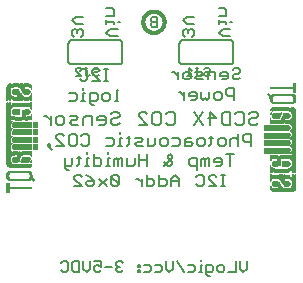
<source format=gbr>
G04 EAGLE Gerber RS-274X export*
G75*
%MOMM*%
%FSLAX34Y34*%
%LPD*%
%INSilkscreen Bottom*%
%IPPOS*%
%AMOC8*
5,1,8,0,0,1.08239X$1,22.5*%
G01*
%ADD10C,0.127000*%
%ADD11C,0.152400*%
%ADD12C,0.177800*%
%ADD13C,0.304800*%
%ADD14C,0.203200*%
%ADD15R,0.022863X0.462278*%
%ADD16R,0.022863X0.462281*%
%ADD17R,0.022863X0.436881*%
%ADD18R,0.023113X0.462278*%
%ADD19R,0.023113X0.462281*%
%ADD20R,0.023113X0.436881*%
%ADD21R,0.023116X0.462278*%
%ADD22R,0.023116X0.462281*%
%ADD23R,0.023116X0.436881*%
%ADD24R,0.023113X0.022863*%
%ADD25R,0.023116X0.091441*%
%ADD26R,0.023113X0.139700*%
%ADD27R,0.023116X0.185419*%
%ADD28R,0.023113X0.254000*%
%ADD29R,0.023113X0.299719*%
%ADD30R,0.023116X0.345438*%
%ADD31R,0.023113X0.391159*%
%ADD32R,0.023116X0.393700*%
%ADD33R,0.022863X0.325119*%
%ADD34R,0.022863X0.599438*%
%ADD35R,0.022863X0.622300*%
%ADD36R,0.022863X0.530859*%
%ADD37R,0.022863X0.439422*%
%ADD38R,0.022863X0.231138*%
%ADD39R,0.022863X0.071119*%
%ADD40R,0.022863X0.533400*%
%ADD41R,0.022863X0.208281*%
%ADD42R,0.023113X0.345441*%
%ADD43R,0.023113X0.576578*%
%ADD44R,0.023113X0.599438*%
%ADD45R,0.023113X0.508000*%
%ADD46R,0.023113X0.416563*%
%ADD47R,0.023113X0.208278*%
%ADD48R,0.023113X0.553722*%
%ADD49R,0.023113X0.208281*%
%ADD50R,0.023116X0.345441*%
%ADD51R,0.023116X0.530859*%
%ADD52R,0.023116X0.370841*%
%ADD53R,0.023116X0.162559*%
%ADD54R,0.023116X0.576581*%
%ADD55R,0.023116X0.208281*%
%ADD56R,0.023113X0.322578*%
%ADD57R,0.023113X0.485137*%
%ADD58R,0.023113X0.416559*%
%ADD59R,0.023113X0.347981*%
%ADD60R,0.023113X0.116838*%
%ADD61R,0.023113X0.647700*%
%ADD62R,0.023116X0.322581*%
%ADD63R,0.023116X0.485137*%
%ADD64R,0.023116X0.093978*%
%ADD65R,0.023116X0.231141*%
%ADD66R,0.023116X0.693419*%
%ADD67R,0.023113X0.322581*%
%ADD68R,0.023113X0.439419*%
%ADD69R,0.023113X0.370841*%
%ADD70R,0.023113X0.299722*%
%ADD71R,0.023113X0.045719*%
%ADD72R,0.023113X0.739138*%
%ADD73R,0.023113X0.414019*%
%ADD74R,0.023113X0.347978*%
%ADD75R,0.023113X0.762000*%
%ADD76R,0.023116X0.414019*%
%ADD77R,0.023116X0.182881*%
%ADD78R,0.023116X0.347978*%
%ADD79R,0.023116X0.276863*%
%ADD80R,0.023116X0.116841*%
%ADD81R,0.023116X0.276859*%
%ADD82R,0.023116X0.784863*%
%ADD83R,0.023113X0.325119*%
%ADD84R,0.023113X0.276863*%
%ADD85R,0.023113X0.276859*%
%ADD86R,0.023116X0.325119*%
%ADD87R,0.023116X0.391159*%
%ADD88R,0.023116X0.302259*%
%ADD89R,0.023116X0.254000*%
%ADD90R,0.023113X0.302259*%
%ADD91R,0.023113X0.393700*%
%ADD92R,0.023113X0.231141*%
%ADD93R,0.022863X0.302259*%
%ADD94R,0.022863X0.439419*%
%ADD95R,0.022863X0.368300*%
%ADD96R,0.022863X0.391159*%
%ADD97R,0.022863X0.416559*%
%ADD98R,0.022863X0.276863*%
%ADD99R,0.022863X0.205741*%
%ADD100R,0.023113X0.368300*%
%ADD101R,0.023113X0.205741*%
%ADD102R,0.023116X0.368300*%
%ADD103R,0.023116X0.205741*%
%ADD104R,0.023113X0.182881*%
%ADD105R,0.022863X0.276859*%
%ADD106R,0.022863X0.182881*%
%ADD107R,0.023113X0.924559*%
%ADD108R,0.023116X0.924559*%
%ADD109R,0.023113X0.901700*%
%ADD110R,0.023116X0.901700*%
%ADD111R,0.023113X0.878841*%
%ADD112R,0.023116X0.855981*%
%ADD113R,0.023113X0.833119*%
%ADD114R,0.022863X0.787400*%
%ADD115R,0.022863X0.414019*%
%ADD116R,0.022863X0.924559*%
%ADD117R,0.023113X0.739141*%
%ADD118R,0.023116X0.716281*%
%ADD119R,0.023116X0.299722*%
%ADD120R,0.023113X0.670559*%
%ADD121R,0.023116X0.647700*%
%ADD122R,0.023116X0.508000*%
%ADD123R,0.023116X0.299719*%
%ADD124R,0.023113X0.601981*%
%ADD125R,0.023113X0.530859*%
%ADD126R,0.023113X0.231138*%
%ADD127R,0.023113X0.556259*%
%ADD128R,0.023113X0.185419*%
%ADD129R,0.023116X0.533400*%
%ADD130R,0.023116X0.599438*%
%ADD131R,0.023116X0.416563*%
%ADD132R,0.023116X0.116838*%
%ADD133R,0.023113X0.485141*%
%ADD134R,0.023113X0.645159*%
%ADD135R,0.023113X0.716278*%
%ADD136R,0.022863X0.393700*%
%ADD137R,0.022863X0.762000*%
%ADD138R,0.022863X0.624841*%
%ADD139R,0.023113X0.784859*%
%ADD140R,0.023113X0.693422*%
%ADD141R,0.023116X0.830578*%
%ADD142R,0.023116X0.739141*%
%ADD143R,0.023113X0.876300*%
%ADD144R,0.023113X0.807722*%
%ADD145R,0.023116X0.899159*%
%ADD146R,0.023116X0.878841*%
%ADD147R,0.023113X0.922019*%
%ADD148R,0.023113X0.947419*%
%ADD149R,0.023116X0.970278*%
%ADD150R,0.023113X0.970278*%
%ADD151R,0.023116X0.439419*%
%ADD152R,0.022863X0.299722*%
%ADD153R,0.023116X0.416559*%
%ADD154R,0.023116X0.347981*%
%ADD155R,0.023113X0.137159*%
%ADD156R,0.023113X0.093978*%
%ADD157R,0.023113X0.091441*%
%ADD158R,0.023113X0.093981*%
%ADD159R,0.023113X0.114300*%
%ADD160R,0.023116X0.045719*%
%ADD161R,0.023116X0.045722*%
%ADD162R,0.023113X0.071119*%
%ADD163R,0.023113X0.116841*%
%ADD164R,0.023116X0.139700*%
%ADD165R,0.022863X0.322581*%
%ADD166R,0.022863X0.345441*%
%ADD167R,0.022863X0.162559*%
%ADD168R,0.022863X0.576581*%
%ADD169R,0.023113X0.668019*%
%ADD170R,0.023113X0.533400*%
%ADD171R,0.023116X1.455419*%
%ADD172R,0.023116X5.519419*%
%ADD173R,0.023113X1.455419*%
%ADD174R,0.023113X5.519419*%
%ADD175R,0.023116X5.494019*%
%ADD176R,0.023113X1.430019*%
%ADD177R,0.023113X5.494019*%
%ADD178R,0.023116X1.430019*%
%ADD179R,0.023116X5.471159*%
%ADD180R,0.023116X0.762000*%
%ADD181R,0.023113X1.407159*%
%ADD182R,0.023113X5.471159*%
%ADD183R,0.022863X1.384300*%
%ADD184R,0.022863X5.448300*%
%ADD185R,0.022863X0.716278*%
%ADD186R,0.022863X0.878841*%
%ADD187R,0.023113X1.361438*%
%ADD188R,0.023113X5.425438*%
%ADD189R,0.023116X1.338578*%
%ADD190R,0.023116X5.402578*%
%ADD191R,0.023116X0.624841*%
%ADD192R,0.023113X1.292859*%
%ADD193R,0.023113X5.356859*%
%ADD194R,0.023116X1.224278*%
%ADD195R,0.023116X5.288278*%


D10*
X206664Y12073D02*
X206664Y6141D01*
X203698Y3175D01*
X200732Y6141D01*
X200732Y12073D01*
X197309Y12073D02*
X197309Y3175D01*
X191377Y3175D01*
X186470Y3175D02*
X183505Y3175D01*
X182022Y4658D01*
X182022Y7624D01*
X183505Y9107D01*
X186470Y9107D01*
X187953Y7624D01*
X187953Y4658D01*
X186470Y3175D01*
X175632Y209D02*
X174149Y209D01*
X172666Y1692D01*
X172666Y9107D01*
X177115Y9107D01*
X178598Y7624D01*
X178598Y4658D01*
X177115Y3175D01*
X172666Y3175D01*
X169243Y9107D02*
X167760Y9107D01*
X167760Y3175D01*
X169243Y3175D02*
X166277Y3175D01*
X167760Y12073D02*
X167760Y13556D01*
X161523Y9107D02*
X157075Y9107D01*
X161523Y9107D02*
X163006Y7624D01*
X163006Y4658D01*
X161523Y3175D01*
X157075Y3175D01*
X153651Y3175D02*
X147719Y12073D01*
X144296Y12073D02*
X144296Y6141D01*
X141330Y3175D01*
X138364Y6141D01*
X138364Y12073D01*
X133458Y9107D02*
X129009Y9107D01*
X133458Y9107D02*
X134941Y7624D01*
X134941Y4658D01*
X133458Y3175D01*
X129009Y3175D01*
X124103Y9107D02*
X119654Y9107D01*
X124103Y9107D02*
X125585Y7624D01*
X125585Y4658D01*
X124103Y3175D01*
X119654Y3175D01*
X116230Y9107D02*
X114747Y9107D01*
X114747Y7624D01*
X116230Y7624D01*
X116230Y9107D01*
X116230Y4658D02*
X114747Y4658D01*
X114747Y3175D01*
X116230Y3175D01*
X116230Y4658D01*
X102198Y10590D02*
X100715Y12073D01*
X97749Y12073D01*
X96266Y10590D01*
X96266Y9107D01*
X97749Y7624D01*
X99232Y7624D01*
X97749Y7624D02*
X96266Y6141D01*
X96266Y4658D01*
X97749Y3175D01*
X100715Y3175D01*
X102198Y4658D01*
X92842Y7624D02*
X86911Y7624D01*
X83487Y12073D02*
X77555Y12073D01*
X83487Y12073D02*
X83487Y7624D01*
X80521Y9107D01*
X79038Y9107D01*
X77555Y7624D01*
X77555Y4658D01*
X79038Y3175D01*
X82004Y3175D01*
X83487Y4658D01*
X74132Y6141D02*
X74132Y12073D01*
X74132Y6141D02*
X71166Y3175D01*
X68200Y6141D01*
X68200Y12073D01*
X64777Y12073D02*
X64777Y3175D01*
X60328Y3175D01*
X58845Y4658D01*
X58845Y10590D01*
X60328Y12073D01*
X64777Y12073D01*
X50973Y12073D02*
X49490Y10590D01*
X50973Y12073D02*
X53939Y12073D01*
X55422Y10590D01*
X55422Y4658D01*
X53939Y3175D01*
X50973Y3175D01*
X49490Y4658D01*
D11*
X194775Y174442D02*
X196428Y176094D01*
X199732Y176094D01*
X201385Y174442D01*
X201385Y172789D01*
X199732Y171137D01*
X196428Y171137D01*
X194775Y169484D01*
X194775Y167832D01*
X196428Y166180D01*
X199732Y166180D01*
X201385Y167832D01*
X189208Y166180D02*
X185903Y166180D01*
X189208Y166180D02*
X190860Y167832D01*
X190860Y171137D01*
X189208Y172789D01*
X185903Y172789D01*
X184251Y171137D01*
X184251Y169484D01*
X190860Y169484D01*
X180336Y166180D02*
X180336Y172789D01*
X175378Y172789D01*
X173726Y171137D01*
X173726Y166180D01*
X169811Y166180D02*
X164854Y166180D01*
X163201Y167832D01*
X164854Y169484D01*
X168159Y169484D01*
X169811Y171137D01*
X168159Y172789D01*
X163201Y172789D01*
X157634Y166180D02*
X154329Y166180D01*
X152677Y167832D01*
X152677Y171137D01*
X154329Y172789D01*
X157634Y172789D01*
X159286Y171137D01*
X159286Y167832D01*
X157634Y166180D01*
X148762Y166180D02*
X148762Y172789D01*
X148762Y169484D02*
X145457Y172789D01*
X143805Y172789D01*
X196122Y158949D02*
X196122Y149035D01*
X196122Y158949D02*
X191165Y158949D01*
X189513Y157297D01*
X189513Y153992D01*
X191165Y152339D01*
X196122Y152339D01*
X183945Y149035D02*
X180641Y149035D01*
X178988Y150687D01*
X178988Y153992D01*
X180641Y155644D01*
X183945Y155644D01*
X185598Y153992D01*
X185598Y150687D01*
X183945Y149035D01*
X175073Y150687D02*
X175073Y155644D01*
X175073Y150687D02*
X173421Y149035D01*
X171768Y150687D01*
X170116Y149035D01*
X168464Y150687D01*
X168464Y155644D01*
X162896Y149035D02*
X159591Y149035D01*
X162896Y149035D02*
X164549Y150687D01*
X164549Y153992D01*
X162896Y155644D01*
X159591Y155644D01*
X157939Y153992D01*
X157939Y152339D01*
X164549Y152339D01*
X154024Y149035D02*
X154024Y155644D01*
X154024Y152339D02*
X150719Y155644D01*
X149067Y155644D01*
X89471Y164910D02*
X86166Y164910D01*
X87818Y164910D02*
X87818Y174824D01*
X86166Y174824D02*
X89471Y174824D01*
X82454Y164910D02*
X75845Y164910D01*
X82454Y164910D02*
X75845Y171519D01*
X75845Y173172D01*
X77497Y174824D01*
X80802Y174824D01*
X82454Y173172D01*
X66973Y174824D02*
X65320Y173172D01*
X66973Y174824D02*
X70277Y174824D01*
X71930Y173172D01*
X71930Y166562D01*
X70277Y164910D01*
X66973Y164910D01*
X65320Y166562D01*
X96589Y157679D02*
X98241Y157679D01*
X96589Y157679D02*
X96589Y147765D01*
X98241Y147765D02*
X94936Y147765D01*
X89573Y147765D02*
X86268Y147765D01*
X84615Y149417D01*
X84615Y152722D01*
X86268Y154374D01*
X89573Y154374D01*
X91225Y152722D01*
X91225Y149417D01*
X89573Y147765D01*
X77396Y144460D02*
X75743Y144460D01*
X74091Y146112D01*
X74091Y154374D01*
X79048Y154374D01*
X80700Y152722D01*
X80700Y149417D01*
X79048Y147765D01*
X74091Y147765D01*
X70176Y154374D02*
X68523Y154374D01*
X68523Y147765D01*
X66871Y147765D02*
X70176Y147765D01*
X68523Y157679D02*
X68523Y159331D01*
X61507Y154374D02*
X56550Y154374D01*
X61507Y154374D02*
X63159Y152722D01*
X63159Y149417D01*
X61507Y147765D01*
X56550Y147765D01*
X186312Y202629D02*
X192921Y202629D01*
X186312Y202629D02*
X183007Y205934D01*
X186312Y209239D01*
X192921Y209239D01*
X189617Y213154D02*
X189617Y214806D01*
X183007Y214806D01*
X183007Y213154D02*
X183007Y216459D01*
X192921Y214806D02*
X194574Y214806D01*
X189617Y220170D02*
X183007Y220170D01*
X189617Y220170D02*
X189617Y225127D01*
X187964Y226780D01*
X183007Y226780D01*
X97671Y202629D02*
X91062Y202629D01*
X87757Y205934D01*
X91062Y209239D01*
X97671Y209239D01*
X94367Y213154D02*
X94367Y214806D01*
X87757Y214806D01*
X87757Y213154D02*
X87757Y216459D01*
X97671Y214806D02*
X99324Y214806D01*
X94367Y220170D02*
X87757Y220170D01*
X94367Y220170D02*
X94367Y225127D01*
X92714Y226780D01*
X87757Y226780D01*
X160789Y202327D02*
X162441Y203980D01*
X162441Y207285D01*
X160789Y208937D01*
X159137Y208937D01*
X157484Y207285D01*
X157484Y205632D01*
X157484Y207285D02*
X155832Y208937D01*
X154179Y208937D01*
X152527Y207285D01*
X152527Y203980D01*
X154179Y202327D01*
X155832Y212852D02*
X162441Y212852D01*
X155832Y212852D02*
X152527Y216157D01*
X155832Y219462D01*
X162441Y219462D01*
X68461Y203980D02*
X66809Y202327D01*
X68461Y203980D02*
X68461Y207285D01*
X66809Y208937D01*
X65157Y208937D01*
X63504Y207285D01*
X63504Y205632D01*
X63504Y207285D02*
X61852Y208937D01*
X60199Y208937D01*
X58547Y207285D01*
X58547Y203980D01*
X60199Y202327D01*
X61852Y212852D02*
X68461Y212852D01*
X61852Y212852D02*
X58547Y216157D01*
X61852Y219462D01*
X68461Y219462D01*
D12*
X208861Y136998D02*
X210683Y138820D01*
X214327Y138820D01*
X216148Y136998D01*
X216148Y135177D01*
X214327Y133355D01*
X210683Y133355D01*
X208861Y131533D01*
X208861Y129711D01*
X210683Y127889D01*
X214327Y127889D01*
X216148Y129711D01*
X198989Y138820D02*
X197167Y136998D01*
X198989Y138820D02*
X202633Y138820D01*
X204454Y136998D01*
X204454Y129711D01*
X202633Y127889D01*
X198989Y127889D01*
X197167Y129711D01*
X192761Y127889D02*
X192761Y138820D01*
X192761Y127889D02*
X187295Y127889D01*
X185473Y129711D01*
X185473Y136998D01*
X187295Y138820D01*
X192761Y138820D01*
X175601Y138820D02*
X175601Y127889D01*
X181067Y133355D02*
X175601Y138820D01*
X173779Y133355D02*
X181067Y133355D01*
X169373Y138820D02*
X162085Y127889D01*
X169373Y127889D02*
X162085Y138820D01*
X140519Y138820D02*
X138697Y136998D01*
X140519Y138820D02*
X144163Y138820D01*
X145985Y136998D01*
X145985Y129711D01*
X144163Y127889D01*
X140519Y127889D01*
X138697Y129711D01*
X132469Y138820D02*
X128825Y138820D01*
X132469Y138820D02*
X134291Y136998D01*
X134291Y129711D01*
X132469Y127889D01*
X128825Y127889D01*
X127003Y129711D01*
X127003Y136998D01*
X128825Y138820D01*
X122597Y127889D02*
X115309Y127889D01*
X122597Y127889D02*
X115309Y135177D01*
X115309Y136998D01*
X117131Y138820D01*
X120775Y138820D01*
X122597Y136998D01*
X93743Y138820D02*
X91921Y136998D01*
X93743Y138820D02*
X97387Y138820D01*
X99209Y136998D01*
X99209Y135177D01*
X97387Y133355D01*
X93743Y133355D01*
X91921Y131533D01*
X91921Y129711D01*
X93743Y127889D01*
X97387Y127889D01*
X99209Y129711D01*
X85693Y127889D02*
X82049Y127889D01*
X85693Y127889D02*
X87515Y129711D01*
X87515Y133355D01*
X85693Y135177D01*
X82049Y135177D01*
X80227Y133355D01*
X80227Y131533D01*
X87515Y131533D01*
X75821Y127889D02*
X75821Y135177D01*
X70355Y135177D01*
X68533Y133355D01*
X68533Y127889D01*
X64127Y127889D02*
X58661Y127889D01*
X56839Y129711D01*
X58661Y131533D01*
X62305Y131533D01*
X64127Y133355D01*
X62305Y135177D01*
X56839Y135177D01*
X50611Y127889D02*
X46967Y127889D01*
X45145Y129711D01*
X45145Y133355D01*
X46967Y135177D01*
X50611Y135177D01*
X52433Y133355D01*
X52433Y129711D01*
X50611Y127889D01*
X40739Y127889D02*
X40739Y135177D01*
X40739Y131533D02*
X37095Y135177D01*
X35273Y135177D01*
D11*
X210133Y119896D02*
X210133Y109982D01*
X210133Y119896D02*
X205176Y119896D01*
X203523Y118244D01*
X203523Y114939D01*
X205176Y113287D01*
X210133Y113287D01*
X199608Y109982D02*
X199608Y119896D01*
X197956Y116592D02*
X199608Y114939D01*
X197956Y116592D02*
X194651Y116592D01*
X192999Y114939D01*
X192999Y109982D01*
X187431Y109982D02*
X184127Y109982D01*
X182474Y111634D01*
X182474Y114939D01*
X184127Y116592D01*
X187431Y116592D01*
X189084Y114939D01*
X189084Y111634D01*
X187431Y109982D01*
X176907Y111634D02*
X176907Y118244D01*
X176907Y111634D02*
X175254Y109982D01*
X175254Y116592D02*
X178559Y116592D01*
X169890Y109982D02*
X166586Y109982D01*
X164933Y111634D01*
X164933Y114939D01*
X166586Y116592D01*
X169890Y116592D01*
X171543Y114939D01*
X171543Y111634D01*
X169890Y109982D01*
X159366Y116592D02*
X156061Y116592D01*
X154409Y114939D01*
X154409Y109982D01*
X159366Y109982D01*
X161018Y111634D01*
X159366Y113287D01*
X154409Y113287D01*
X148841Y116592D02*
X143884Y116592D01*
X148841Y116592D02*
X150494Y114939D01*
X150494Y111634D01*
X148841Y109982D01*
X143884Y109982D01*
X138317Y109982D02*
X135012Y109982D01*
X133359Y111634D01*
X133359Y114939D01*
X135012Y116592D01*
X138317Y116592D01*
X139969Y114939D01*
X139969Y111634D01*
X138317Y109982D01*
X129444Y111634D02*
X129444Y116592D01*
X129444Y111634D02*
X127792Y109982D01*
X122835Y109982D01*
X122835Y116592D01*
X118920Y109982D02*
X113963Y109982D01*
X112310Y111634D01*
X113963Y113287D01*
X117267Y113287D01*
X118920Y114939D01*
X117267Y116592D01*
X112310Y116592D01*
X106743Y118244D02*
X106743Y111634D01*
X105090Y109982D01*
X105090Y116592D02*
X108395Y116592D01*
X101379Y116592D02*
X99726Y116592D01*
X99726Y109982D01*
X98074Y109982D02*
X101379Y109982D01*
X99726Y119896D02*
X99726Y121549D01*
X92710Y116592D02*
X87753Y116592D01*
X92710Y116592D02*
X94362Y114939D01*
X94362Y111634D01*
X92710Y109982D01*
X87753Y109982D01*
X68356Y119896D02*
X66704Y118244D01*
X68356Y119896D02*
X71661Y119896D01*
X73313Y118244D01*
X73313Y111634D01*
X71661Y109982D01*
X68356Y109982D01*
X66704Y111634D01*
X61136Y119896D02*
X57831Y119896D01*
X61136Y119896D02*
X62789Y118244D01*
X62789Y111634D01*
X61136Y109982D01*
X57831Y109982D01*
X56179Y111634D01*
X56179Y118244D01*
X57831Y119896D01*
X52264Y109982D02*
X45654Y109982D01*
X52264Y109982D02*
X45654Y116592D01*
X45654Y118244D01*
X47307Y119896D01*
X50612Y119896D01*
X52264Y118244D01*
X41740Y106677D02*
X38435Y109982D01*
X38435Y111634D01*
X40087Y111634D01*
X40087Y109982D01*
X38435Y109982D01*
X192795Y102751D02*
X192795Y92837D01*
X196100Y102751D02*
X189491Y102751D01*
X183923Y92837D02*
X180618Y92837D01*
X183923Y92837D02*
X185576Y94489D01*
X185576Y97794D01*
X183923Y99447D01*
X180618Y99447D01*
X178966Y97794D01*
X178966Y96142D01*
X185576Y96142D01*
X175051Y92837D02*
X175051Y99447D01*
X173399Y99447D01*
X171746Y97794D01*
X171746Y92837D01*
X171746Y97794D02*
X170094Y99447D01*
X168441Y97794D01*
X168441Y92837D01*
X164526Y89532D02*
X164526Y99447D01*
X159569Y99447D01*
X157917Y97794D01*
X157917Y94489D01*
X159569Y92837D01*
X164526Y92837D01*
X140172Y92837D02*
X136868Y96142D01*
X140172Y92837D02*
X141825Y92837D01*
X143477Y94489D01*
X143477Y96142D01*
X140172Y99447D01*
X140172Y101099D01*
X141825Y102751D01*
X143477Y101099D01*
X143477Y99447D01*
X136868Y92837D01*
X122428Y92837D02*
X122428Y102751D01*
X122428Y97794D02*
X115818Y97794D01*
X115818Y102751D02*
X115818Y92837D01*
X111903Y94489D02*
X111903Y99447D01*
X111903Y94489D02*
X110251Y92837D01*
X105294Y92837D01*
X105294Y99447D01*
X101379Y99447D02*
X101379Y92837D01*
X101379Y99447D02*
X99726Y99447D01*
X98074Y97794D01*
X98074Y92837D01*
X98074Y97794D02*
X96422Y99447D01*
X94769Y97794D01*
X94769Y92837D01*
X90854Y99447D02*
X89202Y99447D01*
X89202Y92837D01*
X90854Y92837D02*
X87549Y92837D01*
X89202Y102751D02*
X89202Y104404D01*
X77228Y102751D02*
X77228Y92837D01*
X82185Y92837D01*
X83838Y94489D01*
X83838Y97794D01*
X82185Y99447D01*
X77228Y99447D01*
X73313Y99447D02*
X71661Y99447D01*
X71661Y92837D01*
X73313Y92837D02*
X70008Y92837D01*
X71661Y102751D02*
X71661Y104404D01*
X64644Y101099D02*
X64644Y94489D01*
X62992Y92837D01*
X62992Y99447D02*
X66297Y99447D01*
X59281Y99447D02*
X59281Y94489D01*
X57628Y92837D01*
X52671Y92837D01*
X52671Y91185D02*
X52671Y99447D01*
X52671Y91185D02*
X54323Y89532D01*
X55976Y89532D01*
X184902Y75692D02*
X188207Y75692D01*
X186554Y75692D02*
X186554Y85606D01*
X184902Y85606D02*
X188207Y85606D01*
X181190Y75692D02*
X174581Y75692D01*
X181190Y75692D02*
X174581Y82302D01*
X174581Y83954D01*
X176233Y85606D01*
X179538Y85606D01*
X181190Y83954D01*
X165709Y85606D02*
X164056Y83954D01*
X165709Y85606D02*
X169013Y85606D01*
X170666Y83954D01*
X170666Y77344D01*
X169013Y75692D01*
X165709Y75692D01*
X164056Y77344D01*
X149617Y75692D02*
X149617Y82302D01*
X146312Y85606D01*
X143007Y82302D01*
X143007Y75692D01*
X143007Y80649D02*
X149617Y80649D01*
X132482Y85606D02*
X132482Y75692D01*
X137440Y75692D01*
X139092Y77344D01*
X139092Y80649D01*
X137440Y82302D01*
X132482Y82302D01*
X121958Y85606D02*
X121958Y75692D01*
X126915Y75692D01*
X128567Y77344D01*
X128567Y80649D01*
X126915Y82302D01*
X121958Y82302D01*
X118043Y82302D02*
X118043Y75692D01*
X118043Y78997D02*
X114738Y82302D01*
X113086Y82302D01*
X98748Y83954D02*
X98748Y77344D01*
X98748Y83954D02*
X97095Y85606D01*
X93791Y85606D01*
X92138Y83954D01*
X92138Y77344D01*
X93791Y75692D01*
X97095Y75692D01*
X98748Y77344D01*
X92138Y83954D01*
X88223Y82302D02*
X81614Y75692D01*
X88223Y75692D02*
X81614Y82302D01*
X74394Y83954D02*
X71089Y85606D01*
X74394Y83954D02*
X77699Y80649D01*
X77699Y77344D01*
X76046Y75692D01*
X72741Y75692D01*
X71089Y77344D01*
X71089Y78997D01*
X72741Y80649D01*
X77699Y80649D01*
X67174Y75692D02*
X60564Y75692D01*
X67174Y75692D02*
X60564Y82302D01*
X60564Y83954D01*
X62217Y85606D01*
X65522Y85606D01*
X67174Y83954D01*
D13*
X119290Y214630D02*
X119293Y214850D01*
X119301Y215071D01*
X119314Y215291D01*
X119333Y215510D01*
X119358Y215729D01*
X119387Y215948D01*
X119422Y216165D01*
X119463Y216382D01*
X119508Y216598D01*
X119559Y216812D01*
X119615Y217025D01*
X119677Y217237D01*
X119743Y217447D01*
X119815Y217655D01*
X119892Y217862D01*
X119974Y218066D01*
X120060Y218269D01*
X120152Y218469D01*
X120249Y218668D01*
X120350Y218863D01*
X120457Y219056D01*
X120568Y219247D01*
X120683Y219434D01*
X120803Y219619D01*
X120928Y219801D01*
X121057Y219979D01*
X121191Y220155D01*
X121328Y220327D01*
X121470Y220495D01*
X121616Y220661D01*
X121766Y220822D01*
X121920Y220980D01*
X122078Y221134D01*
X122239Y221284D01*
X122405Y221430D01*
X122573Y221572D01*
X122745Y221709D01*
X122921Y221843D01*
X123099Y221972D01*
X123281Y222097D01*
X123466Y222217D01*
X123653Y222332D01*
X123844Y222443D01*
X124037Y222550D01*
X124232Y222651D01*
X124431Y222748D01*
X124631Y222840D01*
X124834Y222926D01*
X125038Y223008D01*
X125245Y223085D01*
X125453Y223157D01*
X125663Y223223D01*
X125875Y223285D01*
X126088Y223341D01*
X126302Y223392D01*
X126518Y223437D01*
X126735Y223478D01*
X126952Y223513D01*
X127171Y223542D01*
X127390Y223567D01*
X127609Y223586D01*
X127829Y223599D01*
X128050Y223607D01*
X128270Y223610D01*
X128490Y223607D01*
X128711Y223599D01*
X128931Y223586D01*
X129150Y223567D01*
X129369Y223542D01*
X129588Y223513D01*
X129805Y223478D01*
X130022Y223437D01*
X130238Y223392D01*
X130452Y223341D01*
X130665Y223285D01*
X130877Y223223D01*
X131087Y223157D01*
X131295Y223085D01*
X131502Y223008D01*
X131706Y222926D01*
X131909Y222840D01*
X132109Y222748D01*
X132308Y222651D01*
X132503Y222550D01*
X132696Y222443D01*
X132887Y222332D01*
X133074Y222217D01*
X133259Y222097D01*
X133441Y221972D01*
X133619Y221843D01*
X133795Y221709D01*
X133967Y221572D01*
X134135Y221430D01*
X134301Y221284D01*
X134462Y221134D01*
X134620Y220980D01*
X134774Y220822D01*
X134924Y220661D01*
X135070Y220495D01*
X135212Y220327D01*
X135349Y220155D01*
X135483Y219979D01*
X135612Y219801D01*
X135737Y219619D01*
X135857Y219434D01*
X135972Y219247D01*
X136083Y219056D01*
X136190Y218863D01*
X136291Y218668D01*
X136388Y218469D01*
X136480Y218269D01*
X136566Y218066D01*
X136648Y217862D01*
X136725Y217655D01*
X136797Y217447D01*
X136863Y217237D01*
X136925Y217025D01*
X136981Y216812D01*
X137032Y216598D01*
X137077Y216382D01*
X137118Y216165D01*
X137153Y215948D01*
X137182Y215729D01*
X137207Y215510D01*
X137226Y215291D01*
X137239Y215071D01*
X137247Y214850D01*
X137250Y214630D01*
X137247Y214410D01*
X137239Y214189D01*
X137226Y213969D01*
X137207Y213750D01*
X137182Y213531D01*
X137153Y213312D01*
X137118Y213095D01*
X137077Y212878D01*
X137032Y212662D01*
X136981Y212448D01*
X136925Y212235D01*
X136863Y212023D01*
X136797Y211813D01*
X136725Y211605D01*
X136648Y211398D01*
X136566Y211194D01*
X136480Y210991D01*
X136388Y210791D01*
X136291Y210592D01*
X136190Y210397D01*
X136083Y210204D01*
X135972Y210013D01*
X135857Y209826D01*
X135737Y209641D01*
X135612Y209459D01*
X135483Y209281D01*
X135349Y209105D01*
X135212Y208933D01*
X135070Y208765D01*
X134924Y208599D01*
X134774Y208438D01*
X134620Y208280D01*
X134462Y208126D01*
X134301Y207976D01*
X134135Y207830D01*
X133967Y207688D01*
X133795Y207551D01*
X133619Y207417D01*
X133441Y207288D01*
X133259Y207163D01*
X133074Y207043D01*
X132887Y206928D01*
X132696Y206817D01*
X132503Y206710D01*
X132308Y206609D01*
X132109Y206512D01*
X131909Y206420D01*
X131706Y206334D01*
X131502Y206252D01*
X131295Y206175D01*
X131087Y206103D01*
X130877Y206037D01*
X130665Y205975D01*
X130452Y205919D01*
X130238Y205868D01*
X130022Y205823D01*
X129805Y205782D01*
X129588Y205747D01*
X129369Y205718D01*
X129150Y205693D01*
X128931Y205674D01*
X128711Y205661D01*
X128490Y205653D01*
X128270Y205650D01*
X128050Y205653D01*
X127829Y205661D01*
X127609Y205674D01*
X127390Y205693D01*
X127171Y205718D01*
X126952Y205747D01*
X126735Y205782D01*
X126518Y205823D01*
X126302Y205868D01*
X126088Y205919D01*
X125875Y205975D01*
X125663Y206037D01*
X125453Y206103D01*
X125245Y206175D01*
X125038Y206252D01*
X124834Y206334D01*
X124631Y206420D01*
X124431Y206512D01*
X124232Y206609D01*
X124037Y206710D01*
X123844Y206817D01*
X123653Y206928D01*
X123466Y207043D01*
X123281Y207163D01*
X123099Y207288D01*
X122921Y207417D01*
X122745Y207551D01*
X122573Y207688D01*
X122405Y207830D01*
X122239Y207976D01*
X122078Y208126D01*
X121920Y208280D01*
X121766Y208438D01*
X121616Y208599D01*
X121470Y208765D01*
X121328Y208933D01*
X121191Y209105D01*
X121057Y209281D01*
X120928Y209459D01*
X120803Y209641D01*
X120683Y209826D01*
X120568Y210013D01*
X120457Y210204D01*
X120350Y210397D01*
X120249Y210592D01*
X120152Y210791D01*
X120060Y210991D01*
X119974Y211194D01*
X119892Y211398D01*
X119815Y211605D01*
X119743Y211813D01*
X119677Y212023D01*
X119615Y212235D01*
X119559Y212448D01*
X119508Y212662D01*
X119463Y212878D01*
X119422Y213095D01*
X119387Y213312D01*
X119358Y213531D01*
X119333Y213750D01*
X119314Y213969D01*
X119301Y214189D01*
X119293Y214410D01*
X119290Y214630D01*
D14*
X130810Y210566D02*
X130810Y218701D01*
X126743Y218701D01*
X125387Y217345D01*
X125387Y215989D01*
X126743Y214633D01*
X125387Y213278D01*
X125387Y211922D01*
X126743Y210566D01*
X130810Y210566D01*
X130810Y214633D02*
X126743Y214633D01*
D15*
X222250Y105867D03*
D16*
X222250Y112116D03*
X222250Y118339D03*
D17*
X222250Y124689D03*
D18*
X222480Y105867D03*
D19*
X222480Y112116D03*
X222480Y118339D03*
D20*
X222480Y124689D03*
D21*
X222711Y105867D03*
D22*
X222711Y112116D03*
X222711Y118339D03*
D23*
X222711Y124689D03*
D18*
X222942Y105867D03*
D19*
X222942Y112116D03*
X222942Y118339D03*
D20*
X222942Y124689D03*
D21*
X223173Y105867D03*
D22*
X223173Y112116D03*
X223173Y118339D03*
D23*
X223173Y124689D03*
D18*
X223404Y105867D03*
D19*
X223404Y112116D03*
X223404Y118339D03*
D20*
X223404Y124689D03*
D18*
X223636Y105867D03*
D19*
X223636Y112116D03*
X223636Y118339D03*
D20*
X223636Y124689D03*
D21*
X223867Y105867D03*
D22*
X223867Y112116D03*
X223867Y118339D03*
D23*
X223867Y124689D03*
D18*
X224098Y105867D03*
D19*
X224098Y112116D03*
X224098Y118339D03*
D20*
X224098Y124689D03*
D21*
X224329Y105867D03*
D22*
X224329Y112116D03*
X224329Y118339D03*
D23*
X224329Y124689D03*
D18*
X224560Y105867D03*
D19*
X224560Y112116D03*
X224560Y118339D03*
D20*
X224560Y124689D03*
D15*
X224790Y105867D03*
D16*
X224790Y112116D03*
X224790Y118339D03*
D17*
X224790Y124689D03*
D18*
X225020Y105867D03*
D19*
X225020Y112116D03*
X225020Y118339D03*
D20*
X225020Y124689D03*
D24*
X225020Y153099D03*
D21*
X225251Y105867D03*
D22*
X225251Y112116D03*
X225251Y118339D03*
D23*
X225251Y124689D03*
D25*
X225251Y152984D03*
D18*
X225482Y105867D03*
D19*
X225482Y112116D03*
X225482Y118339D03*
D20*
X225482Y124689D03*
D26*
X225482Y152743D03*
D21*
X225713Y105867D03*
D22*
X225713Y112116D03*
X225713Y118339D03*
D23*
X225713Y124689D03*
D27*
X225713Y152743D03*
D18*
X225944Y105867D03*
D19*
X225944Y112116D03*
X225944Y118339D03*
D20*
X225944Y124689D03*
D28*
X225944Y152629D03*
D18*
X226176Y105867D03*
D19*
X226176Y112116D03*
X226176Y118339D03*
D20*
X226176Y124689D03*
D29*
X226176Y152400D03*
D21*
X226407Y105867D03*
D22*
X226407Y112116D03*
X226407Y118339D03*
D23*
X226407Y124689D03*
D30*
X226407Y152400D03*
D31*
X226638Y152171D03*
D32*
X226869Y151702D03*
D18*
X227100Y150673D03*
D33*
X227330Y74701D03*
D34*
X227330Y82550D03*
D35*
X227330Y90284D03*
D36*
X227330Y99301D03*
D15*
X227330Y105867D03*
D16*
X227330Y112116D03*
X227330Y118339D03*
D17*
X227330Y124689D03*
D37*
X227330Y130924D03*
D38*
X227330Y136589D03*
D39*
X227330Y139700D03*
D40*
X227330Y149860D03*
D41*
X227330Y159106D03*
D42*
X227560Y74346D03*
D43*
X227560Y82664D03*
D44*
X227560Y90170D03*
D45*
X227560Y99416D03*
D18*
X227560Y105867D03*
D19*
X227560Y112116D03*
X227560Y118339D03*
D20*
X227560Y124689D03*
D46*
X227560Y130810D03*
D47*
X227560Y136703D03*
D26*
X227560Y140043D03*
D48*
X227560Y149276D03*
D49*
X227560Y159106D03*
D50*
X227791Y73889D03*
D51*
X227791Y82893D03*
X227791Y89827D03*
D21*
X227791Y99644D03*
X227791Y105867D03*
D22*
X227791Y112116D03*
X227791Y118339D03*
D23*
X227791Y124689D03*
D52*
X227791Y130581D03*
D53*
X227791Y136931D03*
D27*
X227791Y140272D03*
D54*
X227791Y149162D03*
D55*
X227791Y159106D03*
D56*
X228022Y73546D03*
D57*
X228022Y83122D03*
D45*
X228022Y89713D03*
D58*
X228022Y99873D03*
D18*
X228022Y105867D03*
D19*
X228022Y112116D03*
X228022Y118339D03*
D20*
X228022Y124689D03*
D59*
X228022Y130467D03*
D60*
X228022Y137160D03*
D47*
X228022Y140386D03*
D61*
X228022Y149289D03*
D49*
X228022Y159106D03*
D62*
X228253Y73317D03*
D21*
X228253Y83236D03*
D63*
X228253Y89599D03*
D32*
X228253Y99987D03*
D21*
X228253Y105867D03*
D22*
X228253Y112116D03*
X228253Y118339D03*
D23*
X228253Y124689D03*
D62*
X228253Y130340D03*
D64*
X228253Y137274D03*
D65*
X228253Y140500D03*
D66*
X228253Y149289D03*
D55*
X228253Y159106D03*
D67*
X228484Y73089D03*
D68*
X228484Y83350D03*
D18*
X228484Y89484D03*
D69*
X228484Y100101D03*
D18*
X228484Y105867D03*
D19*
X228484Y112116D03*
X228484Y118339D03*
D20*
X228484Y124689D03*
D70*
X228484Y130226D03*
D71*
X228484Y137516D03*
D28*
X228484Y140614D03*
D72*
X228484Y149289D03*
D49*
X228484Y159106D03*
D67*
X228716Y72860D03*
D73*
X228716Y83477D03*
D68*
X228716Y89370D03*
D74*
X228716Y100216D03*
D18*
X228716Y105867D03*
D19*
X228716Y112116D03*
X228716Y118339D03*
D20*
X228716Y124689D03*
D70*
X228716Y130226D03*
D28*
X228716Y140614D03*
D75*
X228716Y149174D03*
D49*
X228716Y159106D03*
D62*
X228947Y72860D03*
D65*
X228947Y77940D03*
D76*
X228947Y83477D03*
X228947Y89243D03*
D77*
X228947Y95021D03*
D78*
X228947Y100216D03*
D21*
X228947Y105867D03*
D22*
X228947Y112116D03*
X228947Y118339D03*
D23*
X228947Y124689D03*
D79*
X228947Y130112D03*
D80*
X228947Y134849D03*
D81*
X228947Y140729D03*
D82*
X228947Y149289D03*
D55*
X228947Y159106D03*
D83*
X229178Y72619D03*
D67*
X229178Y77940D03*
D31*
X229178Y83591D03*
D73*
X229178Y89243D03*
D83*
X229178Y95021D03*
X229178Y100330D03*
D18*
X229178Y105867D03*
D19*
X229178Y112116D03*
X229178Y118339D03*
D20*
X229178Y124689D03*
D84*
X229178Y130112D03*
D85*
X229178Y134963D03*
X229178Y140729D03*
D84*
X229178Y146749D03*
D85*
X229178Y152057D03*
D49*
X229178Y159106D03*
D86*
X229409Y72619D03*
D52*
X229409Y77927D03*
D87*
X229409Y83591D03*
D76*
X229409Y89243D03*
D52*
X229409Y95021D03*
D86*
X229409Y100330D03*
D21*
X229409Y105867D03*
D22*
X229409Y112116D03*
X229409Y118339D03*
D23*
X229409Y124689D03*
D79*
X229409Y130112D03*
D50*
X229409Y135077D03*
D88*
X229409Y140856D03*
D89*
X229409Y146406D03*
D65*
X229409Y152286D03*
D55*
X229409Y159106D03*
D83*
X229640Y72619D03*
D58*
X229640Y77927D03*
D31*
X229640Y83591D03*
X229640Y89129D03*
D58*
X229640Y95021D03*
D90*
X229640Y100444D03*
D18*
X229640Y105867D03*
D19*
X229640Y112116D03*
X229640Y118339D03*
D20*
X229640Y124689D03*
D84*
X229640Y130112D03*
D91*
X229640Y135319D03*
D90*
X229640Y140856D03*
D92*
X229640Y146291D03*
D49*
X229640Y152400D03*
X229640Y159106D03*
D93*
X229870Y72504D03*
D94*
X229870Y77813D03*
D95*
X229870Y83706D03*
D96*
X229870Y89129D03*
D97*
X229870Y95021D03*
D93*
X229870Y100444D03*
D15*
X229870Y105867D03*
D16*
X229870Y112116D03*
X229870Y118339D03*
D17*
X229870Y124689D03*
D98*
X229870Y130112D03*
D94*
X229870Y135319D03*
D93*
X229870Y140856D03*
D99*
X229870Y146164D03*
D41*
X229870Y152400D03*
X229870Y159106D03*
D90*
X230100Y72504D03*
D18*
X230100Y77927D03*
D100*
X230100Y83706D03*
D31*
X230100Y89129D03*
D19*
X230100Y95021D03*
D90*
X230100Y100444D03*
D18*
X230100Y105867D03*
D19*
X230100Y112116D03*
X230100Y118339D03*
D20*
X230100Y124689D03*
D84*
X230100Y130112D03*
D18*
X230100Y135433D03*
D90*
X230100Y140856D03*
D101*
X230100Y146164D03*
D49*
X230100Y152629D03*
X230100Y159106D03*
D88*
X230331Y72504D03*
D21*
X230331Y77927D03*
D102*
X230331Y83706D03*
D87*
X230331Y89129D03*
D22*
X230331Y95021D03*
D88*
X230331Y100444D03*
D21*
X230331Y105867D03*
D22*
X230331Y112116D03*
X230331Y118339D03*
D23*
X230331Y124689D03*
D79*
X230331Y130112D03*
D21*
X230331Y135433D03*
D88*
X230331Y140856D03*
D103*
X230331Y146164D03*
D55*
X230331Y152629D03*
X230331Y159106D03*
D90*
X230562Y72504D03*
D18*
X230562Y77927D03*
D100*
X230562Y83706D03*
X230562Y89014D03*
D19*
X230562Y95021D03*
D90*
X230562Y100444D03*
D18*
X230562Y105867D03*
D19*
X230562Y112116D03*
X230562Y118339D03*
D20*
X230562Y124689D03*
D84*
X230562Y130112D03*
D18*
X230562Y135433D03*
D90*
X230562Y140856D03*
D101*
X230562Y146164D03*
D49*
X230562Y152629D03*
X230562Y159106D03*
D88*
X230793Y72504D03*
D21*
X230793Y77927D03*
D102*
X230793Y83706D03*
X230793Y89014D03*
D22*
X230793Y95021D03*
D88*
X230793Y100444D03*
D21*
X230793Y105867D03*
D22*
X230793Y112116D03*
X230793Y118339D03*
D23*
X230793Y124689D03*
D79*
X230793Y130112D03*
D21*
X230793Y135433D03*
D88*
X230793Y140856D03*
D77*
X230793Y146050D03*
D55*
X230793Y152629D03*
X230793Y159106D03*
D90*
X231024Y72504D03*
D18*
X231024Y77927D03*
D100*
X231024Y83706D03*
X231024Y89014D03*
D19*
X231024Y95021D03*
D90*
X231024Y100444D03*
D18*
X231024Y105867D03*
D19*
X231024Y112116D03*
X231024Y118339D03*
D20*
X231024Y124689D03*
D84*
X231024Y130112D03*
D18*
X231024Y135433D03*
D90*
X231024Y140856D03*
D104*
X231024Y146050D03*
D49*
X231024Y152629D03*
X231024Y159106D03*
D90*
X231256Y72504D03*
D18*
X231256Y77927D03*
D100*
X231256Y83706D03*
X231256Y89014D03*
D19*
X231256Y95021D03*
D85*
X231256Y100571D03*
D18*
X231256Y105867D03*
D19*
X231256Y112116D03*
X231256Y118339D03*
D20*
X231256Y124689D03*
D84*
X231256Y130112D03*
D18*
X231256Y135433D03*
D90*
X231256Y140856D03*
D104*
X231256Y146050D03*
D49*
X231256Y152629D03*
X231256Y159106D03*
D88*
X231487Y72504D03*
D21*
X231487Y77927D03*
D102*
X231487Y83706D03*
X231487Y89014D03*
D22*
X231487Y95021D03*
D81*
X231487Y100571D03*
D21*
X231487Y105867D03*
D22*
X231487Y112116D03*
X231487Y118339D03*
D23*
X231487Y124689D03*
D79*
X231487Y130112D03*
D21*
X231487Y135433D03*
D88*
X231487Y140856D03*
D77*
X231487Y146050D03*
D55*
X231487Y152629D03*
X231487Y159106D03*
D90*
X231718Y72504D03*
D18*
X231718Y77927D03*
D100*
X231718Y83706D03*
X231718Y89014D03*
D19*
X231718Y95021D03*
D85*
X231718Y100571D03*
D18*
X231718Y105867D03*
D19*
X231718Y112116D03*
X231718Y118339D03*
D20*
X231718Y124689D03*
D84*
X231718Y130112D03*
D18*
X231718Y135433D03*
D90*
X231718Y140856D03*
D104*
X231718Y146050D03*
D49*
X231718Y152629D03*
X231718Y159106D03*
D88*
X231949Y72504D03*
D21*
X231949Y77927D03*
D102*
X231949Y83706D03*
X231949Y89014D03*
D22*
X231949Y95021D03*
D81*
X231949Y100571D03*
D21*
X231949Y105867D03*
D22*
X231949Y112116D03*
X231949Y118339D03*
D23*
X231949Y124689D03*
D79*
X231949Y130112D03*
D21*
X231949Y135433D03*
D88*
X231949Y140856D03*
D77*
X231949Y146050D03*
D55*
X231949Y152629D03*
X231949Y159106D03*
D90*
X232180Y72504D03*
D18*
X232180Y77927D03*
D100*
X232180Y83706D03*
X232180Y89014D03*
D19*
X232180Y95021D03*
D85*
X232180Y100571D03*
D18*
X232180Y105867D03*
D19*
X232180Y112116D03*
X232180Y118339D03*
D20*
X232180Y124689D03*
D84*
X232180Y130112D03*
D18*
X232180Y135433D03*
D90*
X232180Y140856D03*
D104*
X232180Y146050D03*
D49*
X232180Y152629D03*
X232180Y159106D03*
D93*
X232410Y72504D03*
D15*
X232410Y77927D03*
D95*
X232410Y83706D03*
X232410Y89014D03*
D16*
X232410Y95021D03*
D105*
X232410Y100571D03*
D15*
X232410Y105867D03*
D16*
X232410Y112116D03*
X232410Y118339D03*
D17*
X232410Y124689D03*
D98*
X232410Y130112D03*
D15*
X232410Y135433D03*
D93*
X232410Y140856D03*
D106*
X232410Y146050D03*
D41*
X232410Y152629D03*
X232410Y159106D03*
D90*
X232640Y72504D03*
D18*
X232640Y77927D03*
D100*
X232640Y83706D03*
X232640Y89014D03*
D19*
X232640Y95021D03*
D85*
X232640Y100571D03*
D18*
X232640Y105867D03*
D19*
X232640Y112116D03*
X232640Y118339D03*
D20*
X232640Y124689D03*
D84*
X232640Y130112D03*
D18*
X232640Y135433D03*
D90*
X232640Y140856D03*
D104*
X232640Y146050D03*
D49*
X232640Y152629D03*
X232640Y159106D03*
D88*
X232871Y72504D03*
D21*
X232871Y77927D03*
D102*
X232871Y83706D03*
X232871Y89014D03*
D22*
X232871Y95021D03*
D81*
X232871Y100571D03*
D21*
X232871Y105867D03*
D22*
X232871Y112116D03*
X232871Y118339D03*
D23*
X232871Y124689D03*
D79*
X232871Y130112D03*
D21*
X232871Y135433D03*
D88*
X232871Y140856D03*
D77*
X232871Y146050D03*
D55*
X232871Y152629D03*
X232871Y159106D03*
D90*
X233102Y72504D03*
D18*
X233102Y77927D03*
D100*
X233102Y83706D03*
X233102Y89014D03*
D107*
X233102Y97333D03*
D18*
X233102Y105867D03*
D19*
X233102Y112116D03*
X233102Y118339D03*
D20*
X233102Y124689D03*
D84*
X233102Y130112D03*
D18*
X233102Y135433D03*
D90*
X233102Y140856D03*
D104*
X233102Y146050D03*
D49*
X233102Y152629D03*
X233102Y159106D03*
D88*
X233333Y72504D03*
D21*
X233333Y77927D03*
D102*
X233333Y83706D03*
X233333Y89014D03*
D108*
X233333Y97333D03*
D21*
X233333Y105867D03*
D22*
X233333Y112116D03*
X233333Y118339D03*
D23*
X233333Y124689D03*
D79*
X233333Y130112D03*
D21*
X233333Y135433D03*
D88*
X233333Y140856D03*
D77*
X233333Y146050D03*
D55*
X233333Y152629D03*
X233333Y159106D03*
D90*
X233564Y72504D03*
D68*
X233564Y77813D03*
D100*
X233564Y83706D03*
X233564Y89014D03*
D107*
X233564Y97333D03*
D18*
X233564Y105867D03*
D19*
X233564Y112116D03*
X233564Y118339D03*
D20*
X233564Y124689D03*
D84*
X233564Y130112D03*
D18*
X233564Y135433D03*
D90*
X233564Y140856D03*
D104*
X233564Y146050D03*
D49*
X233564Y152629D03*
X233564Y159106D03*
D109*
X233796Y75502D03*
D100*
X233796Y83706D03*
X233796Y89014D03*
D107*
X233796Y97333D03*
D18*
X233796Y105867D03*
D19*
X233796Y112116D03*
X233796Y118339D03*
D20*
X233796Y124689D03*
D84*
X233796Y130112D03*
D18*
X233796Y135433D03*
D90*
X233796Y140856D03*
D104*
X233796Y146050D03*
D49*
X233796Y152629D03*
X233796Y159106D03*
D110*
X234027Y75502D03*
D102*
X234027Y83706D03*
X234027Y89014D03*
D108*
X234027Y97333D03*
D21*
X234027Y105867D03*
D22*
X234027Y112116D03*
X234027Y118339D03*
D23*
X234027Y124689D03*
D79*
X234027Y130112D03*
D21*
X234027Y135433D03*
D88*
X234027Y140856D03*
D77*
X234027Y146050D03*
D55*
X234027Y152629D03*
X234027Y159106D03*
D111*
X234258Y75387D03*
D31*
X234258Y83591D03*
D100*
X234258Y89014D03*
D107*
X234258Y97333D03*
D18*
X234258Y105867D03*
D19*
X234258Y112116D03*
X234258Y118339D03*
D20*
X234258Y124689D03*
D84*
X234258Y130112D03*
D18*
X234258Y135433D03*
D90*
X234258Y140856D03*
D104*
X234258Y146050D03*
D49*
X234258Y152629D03*
X234258Y159106D03*
D112*
X234489Y75273D03*
D87*
X234489Y83591D03*
D102*
X234489Y89014D03*
D108*
X234489Y97333D03*
D21*
X234489Y105867D03*
D22*
X234489Y112116D03*
X234489Y118339D03*
D23*
X234489Y124689D03*
D79*
X234489Y130112D03*
D21*
X234489Y135433D03*
D88*
X234489Y140856D03*
D77*
X234489Y146050D03*
D55*
X234489Y152629D03*
X234489Y159106D03*
D113*
X234720Y75159D03*
D73*
X234720Y83477D03*
D100*
X234720Y89014D03*
D107*
X234720Y97333D03*
D18*
X234720Y105867D03*
D19*
X234720Y112116D03*
X234720Y118339D03*
D20*
X234720Y124689D03*
D84*
X234720Y130112D03*
D68*
X234720Y135547D03*
D90*
X234720Y140856D03*
D104*
X234720Y146050D03*
D49*
X234720Y152629D03*
X234720Y159106D03*
D114*
X234950Y74930D03*
D115*
X234950Y83477D03*
D95*
X234950Y89014D03*
D116*
X234950Y97333D03*
D15*
X234950Y105867D03*
D16*
X234950Y112116D03*
X234950Y118339D03*
D17*
X234950Y124689D03*
D98*
X234950Y130112D03*
D94*
X234950Y135547D03*
D93*
X234950Y140856D03*
D106*
X234950Y146050D03*
D41*
X234950Y152629D03*
X234950Y159106D03*
D117*
X235180Y74689D03*
D68*
X235180Y83350D03*
D100*
X235180Y89014D03*
D107*
X235180Y97333D03*
D18*
X235180Y105867D03*
D19*
X235180Y112116D03*
X235180Y118339D03*
D20*
X235180Y124689D03*
D70*
X235180Y130226D03*
D58*
X235180Y135661D03*
D90*
X235180Y140856D03*
D104*
X235180Y146050D03*
D49*
X235180Y152629D03*
X235180Y159106D03*
D118*
X235411Y74574D03*
D21*
X235411Y83236D03*
D102*
X235411Y89014D03*
D108*
X235411Y97333D03*
D21*
X235411Y105867D03*
D22*
X235411Y112116D03*
X235411Y118339D03*
D23*
X235411Y124689D03*
D119*
X235411Y130226D03*
D32*
X235411Y135776D03*
D88*
X235411Y140856D03*
D77*
X235411Y146050D03*
D55*
X235411Y152629D03*
X235411Y159106D03*
D120*
X235642Y74346D03*
D57*
X235642Y83122D03*
D100*
X235642Y89014D03*
D107*
X235642Y97333D03*
D18*
X235642Y105867D03*
D19*
X235642Y112116D03*
X235642Y118339D03*
D20*
X235642Y124689D03*
D67*
X235642Y130340D03*
D74*
X235642Y136004D03*
D90*
X235642Y140856D03*
D104*
X235642Y146050D03*
D49*
X235642Y152629D03*
X235642Y159106D03*
D121*
X235873Y74232D03*
D122*
X235873Y83007D03*
D102*
X235873Y89014D03*
D81*
X235873Y100571D03*
D21*
X235873Y105867D03*
D22*
X235873Y112116D03*
X235873Y118339D03*
D23*
X235873Y124689D03*
D62*
X235873Y130340D03*
D123*
X235873Y136246D03*
D88*
X235873Y140856D03*
D77*
X235873Y146050D03*
D55*
X235873Y152629D03*
X235873Y159106D03*
D124*
X236104Y74003D03*
D125*
X236104Y82893D03*
D100*
X236104Y89014D03*
D85*
X236104Y100571D03*
D18*
X236104Y105867D03*
D19*
X236104Y112116D03*
X236104Y118339D03*
D20*
X236104Y124689D03*
D59*
X236104Y130467D03*
D126*
X236104Y136589D03*
D90*
X236104Y140856D03*
D104*
X236104Y146050D03*
D49*
X236104Y152629D03*
X236104Y159106D03*
D127*
X236336Y73774D03*
D43*
X236336Y82664D03*
D100*
X236336Y89014D03*
D85*
X236336Y100571D03*
D18*
X236336Y105867D03*
D19*
X236336Y112116D03*
X236336Y118339D03*
D20*
X236336Y124689D03*
D69*
X236336Y130581D03*
D128*
X236336Y136817D03*
D90*
X236336Y140856D03*
D104*
X236336Y146050D03*
D49*
X236336Y152629D03*
X236336Y159106D03*
D129*
X236567Y73660D03*
D130*
X236567Y82550D03*
D102*
X236567Y89014D03*
D81*
X236567Y100571D03*
D21*
X236567Y105867D03*
D22*
X236567Y112116D03*
X236567Y118339D03*
D23*
X236567Y124689D03*
D131*
X236567Y130810D03*
D132*
X236567Y137160D03*
D88*
X236567Y140856D03*
D77*
X236567Y146050D03*
D55*
X236567Y152629D03*
X236567Y159106D03*
D133*
X236798Y73419D03*
D134*
X236798Y82321D03*
D100*
X236798Y89014D03*
D85*
X236798Y100571D03*
D18*
X236798Y105867D03*
D19*
X236798Y112116D03*
X236798Y118339D03*
D20*
X236798Y124689D03*
D19*
X236798Y131039D03*
D71*
X236798Y137516D03*
D90*
X236798Y140856D03*
D104*
X236798Y146050D03*
D49*
X236798Y152629D03*
X236798Y159106D03*
D22*
X237029Y73304D03*
D66*
X237029Y82080D03*
D102*
X237029Y89014D03*
D81*
X237029Y100571D03*
D21*
X237029Y105867D03*
D22*
X237029Y112116D03*
X237029Y118339D03*
D23*
X237029Y124689D03*
D122*
X237029Y131267D03*
D88*
X237029Y140856D03*
D77*
X237029Y146050D03*
D55*
X237029Y152629D03*
X237029Y159106D03*
D58*
X237260Y73076D03*
D135*
X237260Y81966D03*
D100*
X237260Y89014D03*
D85*
X237260Y100571D03*
D18*
X237260Y105867D03*
D19*
X237260Y112116D03*
X237260Y118339D03*
D20*
X237260Y124689D03*
D48*
X237260Y131496D03*
D90*
X237260Y140856D03*
D104*
X237260Y146050D03*
D49*
X237260Y152629D03*
X237260Y159106D03*
D136*
X237490Y72962D03*
D137*
X237490Y81737D03*
D95*
X237490Y89014D03*
D16*
X237490Y95021D03*
D105*
X237490Y100571D03*
D15*
X237490Y105867D03*
D16*
X237490Y112116D03*
X237490Y118339D03*
D17*
X237490Y124689D03*
D138*
X237490Y131851D03*
D93*
X237490Y140856D03*
D106*
X237490Y146050D03*
D41*
X237490Y152629D03*
X237490Y159106D03*
D69*
X237720Y72847D03*
D139*
X237720Y81623D03*
D100*
X237720Y89014D03*
D19*
X237720Y95021D03*
D85*
X237720Y100571D03*
D18*
X237720Y105867D03*
D19*
X237720Y112116D03*
X237720Y118339D03*
D20*
X237720Y124689D03*
D140*
X237720Y132194D03*
D90*
X237720Y140856D03*
D104*
X237720Y146050D03*
D49*
X237720Y152629D03*
X237720Y159106D03*
D52*
X237951Y72847D03*
D141*
X237951Y81394D03*
D102*
X237951Y89014D03*
D22*
X237951Y95021D03*
D81*
X237951Y100571D03*
D21*
X237951Y105867D03*
D22*
X237951Y112116D03*
X237951Y118339D03*
D23*
X237951Y124689D03*
D142*
X237951Y132423D03*
D88*
X237951Y140856D03*
D77*
X237951Y146050D03*
D55*
X237951Y152629D03*
X237951Y159106D03*
D59*
X238182Y72733D03*
D143*
X238182Y81166D03*
D100*
X238182Y89014D03*
D19*
X238182Y95021D03*
D85*
X238182Y100571D03*
D18*
X238182Y105867D03*
D19*
X238182Y112116D03*
X238182Y118339D03*
D20*
X238182Y124689D03*
D144*
X238182Y132766D03*
D90*
X238182Y140856D03*
D104*
X238182Y146050D03*
D49*
X238182Y152629D03*
X238182Y159106D03*
D86*
X238413Y72619D03*
D145*
X238413Y81051D03*
D102*
X238413Y89014D03*
D22*
X238413Y95021D03*
D81*
X238413Y100571D03*
D21*
X238413Y105867D03*
D22*
X238413Y112116D03*
X238413Y118339D03*
D23*
X238413Y124689D03*
D146*
X238413Y133121D03*
D88*
X238413Y140856D03*
D77*
X238413Y146050D03*
D55*
X238413Y152629D03*
X238413Y159106D03*
D83*
X238644Y72619D03*
D147*
X238644Y80937D03*
D100*
X238644Y89014D03*
D19*
X238644Y95021D03*
D85*
X238644Y100571D03*
D18*
X238644Y105867D03*
D19*
X238644Y112116D03*
X238644Y118339D03*
D20*
X238644Y124689D03*
D109*
X238644Y133236D03*
D90*
X238644Y140856D03*
D104*
X238644Y146050D03*
D49*
X238644Y152629D03*
X238644Y159106D03*
D83*
X238876Y72619D03*
D148*
X238876Y80810D03*
D100*
X238876Y89014D03*
D19*
X238876Y95021D03*
D85*
X238876Y100571D03*
D18*
X238876Y105867D03*
D19*
X238876Y112116D03*
X238876Y118339D03*
D20*
X238876Y124689D03*
D109*
X238876Y133236D03*
D90*
X238876Y140856D03*
D104*
X238876Y146050D03*
D49*
X238876Y152629D03*
X238876Y159106D03*
D88*
X239107Y72504D03*
D149*
X239107Y80696D03*
D102*
X239107Y89014D03*
D22*
X239107Y95021D03*
D81*
X239107Y100571D03*
D21*
X239107Y105867D03*
D22*
X239107Y112116D03*
X239107Y118339D03*
D23*
X239107Y124689D03*
D110*
X239107Y133236D03*
D88*
X239107Y140856D03*
D77*
X239107Y146050D03*
D55*
X239107Y152629D03*
X239107Y159106D03*
D90*
X239338Y72504D03*
D150*
X239338Y80696D03*
D100*
X239338Y89014D03*
D19*
X239338Y95021D03*
D85*
X239338Y100571D03*
D18*
X239338Y105867D03*
D19*
X239338Y112116D03*
X239338Y118339D03*
D20*
X239338Y124689D03*
D109*
X239338Y133236D03*
D90*
X239338Y140856D03*
D104*
X239338Y146050D03*
D49*
X239338Y152629D03*
X239338Y159106D03*
D88*
X239569Y72504D03*
D21*
X239569Y77927D03*
D102*
X239569Y83706D03*
X239569Y89014D03*
D22*
X239569Y95021D03*
D81*
X239569Y100571D03*
D21*
X239569Y105867D03*
D22*
X239569Y112116D03*
X239569Y118339D03*
D23*
X239569Y124689D03*
D110*
X239569Y133236D03*
D88*
X239569Y140856D03*
D77*
X239569Y146050D03*
D55*
X239569Y152629D03*
X239569Y159106D03*
D90*
X239800Y72504D03*
D18*
X239800Y77927D03*
D100*
X239800Y83706D03*
X239800Y89014D03*
D19*
X239800Y95021D03*
D85*
X239800Y100571D03*
D18*
X239800Y105867D03*
D19*
X239800Y112116D03*
X239800Y118339D03*
D20*
X239800Y124689D03*
D84*
X239800Y130112D03*
D68*
X239800Y135547D03*
D90*
X239800Y140856D03*
D104*
X239800Y146050D03*
D49*
X239800Y152629D03*
X239800Y159106D03*
D93*
X240030Y72504D03*
D15*
X240030Y77927D03*
D95*
X240030Y83706D03*
X240030Y89014D03*
D16*
X240030Y95021D03*
D105*
X240030Y100571D03*
D15*
X240030Y105867D03*
D16*
X240030Y112116D03*
X240030Y118339D03*
D17*
X240030Y124689D03*
D98*
X240030Y130112D03*
D94*
X240030Y135547D03*
D93*
X240030Y140856D03*
D106*
X240030Y146050D03*
D41*
X240030Y152629D03*
X240030Y159106D03*
D90*
X240260Y72504D03*
D18*
X240260Y77927D03*
D100*
X240260Y83706D03*
X240260Y89014D03*
D19*
X240260Y95021D03*
D85*
X240260Y100571D03*
D18*
X240260Y105867D03*
D19*
X240260Y112116D03*
X240260Y118339D03*
D20*
X240260Y124689D03*
D84*
X240260Y130112D03*
D68*
X240260Y135547D03*
D90*
X240260Y140856D03*
D104*
X240260Y146050D03*
D49*
X240260Y152629D03*
X240260Y159106D03*
D88*
X240491Y72504D03*
D21*
X240491Y77927D03*
D102*
X240491Y83706D03*
X240491Y89014D03*
D22*
X240491Y95021D03*
D81*
X240491Y100571D03*
D21*
X240491Y105867D03*
D22*
X240491Y112116D03*
X240491Y118339D03*
D23*
X240491Y124689D03*
D79*
X240491Y130112D03*
D151*
X240491Y135547D03*
D88*
X240491Y140856D03*
D77*
X240491Y146050D03*
D55*
X240491Y152629D03*
X240491Y159106D03*
D90*
X240722Y72504D03*
D18*
X240722Y77927D03*
D100*
X240722Y83706D03*
X240722Y89014D03*
D19*
X240722Y95021D03*
D85*
X240722Y100571D03*
D18*
X240722Y105867D03*
D19*
X240722Y112116D03*
X240722Y118339D03*
D20*
X240722Y124689D03*
D84*
X240722Y130112D03*
D68*
X240722Y135547D03*
D90*
X240722Y140856D03*
D104*
X240722Y146050D03*
D49*
X240722Y152629D03*
X240722Y159106D03*
D88*
X240953Y72504D03*
D21*
X240953Y77927D03*
D102*
X240953Y83706D03*
X240953Y89014D03*
D22*
X240953Y95021D03*
D81*
X240953Y100571D03*
D21*
X240953Y105867D03*
D22*
X240953Y112116D03*
X240953Y118339D03*
D23*
X240953Y124689D03*
D79*
X240953Y130112D03*
D151*
X240953Y135547D03*
D88*
X240953Y140856D03*
D77*
X240953Y146050D03*
D55*
X240953Y152629D03*
X240953Y159106D03*
D90*
X241184Y72504D03*
D18*
X241184Y77927D03*
D100*
X241184Y83706D03*
X241184Y89014D03*
D19*
X241184Y95021D03*
D85*
X241184Y100571D03*
D18*
X241184Y105867D03*
D19*
X241184Y112116D03*
X241184Y118339D03*
D20*
X241184Y124689D03*
D84*
X241184Y130112D03*
D68*
X241184Y135547D03*
D90*
X241184Y140856D03*
D104*
X241184Y146050D03*
D49*
X241184Y152629D03*
X241184Y159106D03*
D90*
X241416Y72504D03*
D18*
X241416Y77927D03*
D100*
X241416Y83706D03*
X241416Y89014D03*
D19*
X241416Y95021D03*
D85*
X241416Y100571D03*
D18*
X241416Y105867D03*
D19*
X241416Y112116D03*
X241416Y118339D03*
D20*
X241416Y124689D03*
D84*
X241416Y130112D03*
D68*
X241416Y135547D03*
D90*
X241416Y140856D03*
D104*
X241416Y146050D03*
D49*
X241416Y152629D03*
X241416Y159106D03*
D88*
X241647Y72504D03*
D21*
X241647Y77927D03*
D102*
X241647Y83706D03*
X241647Y89014D03*
D22*
X241647Y95021D03*
D81*
X241647Y100571D03*
D21*
X241647Y105867D03*
D22*
X241647Y112116D03*
X241647Y118339D03*
D23*
X241647Y124689D03*
D79*
X241647Y130112D03*
D151*
X241647Y135547D03*
D88*
X241647Y140856D03*
D77*
X241647Y146050D03*
D55*
X241647Y152629D03*
X241647Y159106D03*
D90*
X241878Y72504D03*
D18*
X241878Y77927D03*
D100*
X241878Y83706D03*
X241878Y89014D03*
D19*
X241878Y95021D03*
D90*
X241878Y100444D03*
D18*
X241878Y105867D03*
D19*
X241878Y112116D03*
X241878Y118339D03*
D20*
X241878Y124689D03*
D84*
X241878Y130112D03*
D68*
X241878Y135547D03*
D90*
X241878Y140856D03*
D104*
X241878Y146050D03*
D49*
X241878Y152629D03*
X241878Y159106D03*
D88*
X242109Y72504D03*
D21*
X242109Y77927D03*
D102*
X242109Y83706D03*
X242109Y89014D03*
D22*
X242109Y95021D03*
D88*
X242109Y100444D03*
D21*
X242109Y105867D03*
D22*
X242109Y112116D03*
X242109Y118339D03*
D23*
X242109Y124689D03*
D79*
X242109Y130112D03*
D151*
X242109Y135547D03*
D88*
X242109Y140856D03*
D77*
X242109Y146050D03*
D55*
X242109Y152629D03*
X242109Y159106D03*
D90*
X242340Y72504D03*
D18*
X242340Y77927D03*
D100*
X242340Y83706D03*
X242340Y89014D03*
D19*
X242340Y95021D03*
D90*
X242340Y100444D03*
D18*
X242340Y105867D03*
D19*
X242340Y112116D03*
X242340Y118339D03*
D20*
X242340Y124689D03*
D70*
X242340Y130226D03*
D68*
X242340Y135547D03*
D90*
X242340Y140856D03*
D104*
X242340Y146050D03*
D49*
X242340Y152629D03*
X242340Y159106D03*
D93*
X242570Y72504D03*
D15*
X242570Y77927D03*
D95*
X242570Y83706D03*
D96*
X242570Y89129D03*
D16*
X242570Y95021D03*
D93*
X242570Y100444D03*
D15*
X242570Y105867D03*
D16*
X242570Y112116D03*
X242570Y118339D03*
D17*
X242570Y124689D03*
D152*
X242570Y130226D03*
D94*
X242570Y135547D03*
D93*
X242570Y140856D03*
D106*
X242570Y146050D03*
D41*
X242570Y152629D03*
X242570Y159106D03*
D90*
X242800Y72504D03*
D68*
X242800Y77813D03*
D100*
X242800Y83706D03*
D31*
X242800Y89129D03*
D68*
X242800Y94907D03*
D90*
X242800Y100444D03*
D18*
X242800Y105867D03*
D19*
X242800Y112116D03*
X242800Y118339D03*
D20*
X242800Y124689D03*
D70*
X242800Y130226D03*
D58*
X242800Y135433D03*
D90*
X242800Y140856D03*
D104*
X242800Y146050D03*
D49*
X242800Y152629D03*
X242800Y159106D03*
D88*
X243031Y72504D03*
D153*
X243031Y77927D03*
D87*
X243031Y83591D03*
X243031Y89129D03*
D153*
X243031Y95021D03*
D88*
X243031Y100444D03*
D151*
X243031Y105982D03*
X243031Y112230D03*
X243031Y118453D03*
D76*
X243031Y124803D03*
D119*
X243031Y130226D03*
D153*
X243031Y135433D03*
D86*
X243031Y140741D03*
D77*
X243031Y146050D03*
D55*
X243031Y152629D03*
X243031Y159106D03*
D83*
X243262Y72619D03*
D58*
X243262Y77927D03*
D31*
X243262Y83591D03*
X243262Y89129D03*
D58*
X243262Y95021D03*
D90*
X243262Y100444D03*
D100*
X243262Y106109D03*
X243262Y112332D03*
D69*
X243262Y118567D03*
D31*
X243262Y124917D03*
D67*
X243262Y130112D03*
D69*
X243262Y135433D03*
D83*
X243262Y140741D03*
D104*
X243262Y146050D03*
D49*
X243262Y152629D03*
X243262Y159106D03*
D86*
X243493Y72619D03*
D52*
X243493Y77927D03*
D87*
X243493Y83591D03*
D76*
X243493Y89243D03*
D52*
X243493Y95021D03*
D86*
X243493Y100330D03*
D62*
X243493Y106337D03*
D50*
X243493Y112446D03*
D62*
X243493Y118809D03*
X243493Y125032D03*
D50*
X243493Y130226D03*
D154*
X243493Y135547D03*
D86*
X243493Y140741D03*
D77*
X243493Y146050D03*
D55*
X243493Y152629D03*
X243493Y159106D03*
D83*
X243724Y72619D03*
D67*
X243724Y77940D03*
D73*
X243724Y83477D03*
X243724Y89243D03*
D85*
X243724Y95009D03*
D83*
X243724Y100330D03*
D92*
X243724Y106337D03*
X243724Y112560D03*
D28*
X243724Y118923D03*
X243724Y125146D03*
D42*
X243724Y130226D03*
D85*
X243724Y135420D03*
D59*
X243724Y140627D03*
D104*
X243724Y146050D03*
D49*
X243724Y152629D03*
X243724Y159106D03*
D59*
X243956Y72733D03*
D128*
X243956Y77940D03*
D101*
X243956Y82436D03*
D92*
X243956Y90411D03*
D155*
X243956Y95021D03*
D74*
X243956Y100216D03*
D156*
X243956Y106566D03*
D157*
X243956Y112573D03*
D158*
X243956Y119037D03*
D157*
X243956Y125273D03*
D69*
X243956Y130353D03*
D159*
X243956Y135547D03*
D59*
X243956Y140627D03*
D104*
X243956Y146050D03*
D49*
X243956Y152629D03*
X243956Y159106D03*
D52*
X244187Y72847D03*
D65*
X244187Y82309D03*
X244187Y90411D03*
D78*
X244187Y100216D03*
D160*
X244187Y103784D03*
D161*
X244187Y109804D03*
X244187Y116027D03*
D160*
X244187Y122276D03*
D32*
X244187Y130239D03*
D52*
X244187Y140513D03*
D77*
X244187Y146050D03*
D55*
X244187Y152629D03*
X244187Y159106D03*
D69*
X244418Y72847D03*
D92*
X244418Y82309D03*
D28*
X244418Y90526D03*
D69*
X244418Y100101D03*
D162*
X244418Y103911D03*
D157*
X244418Y109804D03*
X244418Y116027D03*
D163*
X244418Y122377D03*
D58*
X244418Y130353D03*
D69*
X244418Y140513D03*
D104*
X244418Y146050D03*
D49*
X244418Y152629D03*
X244418Y159106D03*
D32*
X244649Y72962D03*
D89*
X244649Y82194D03*
D81*
X244649Y90640D03*
D32*
X244649Y99987D03*
D64*
X244649Y104026D03*
D53*
X244649Y109906D03*
D164*
X244649Y116269D03*
X244649Y122492D03*
D21*
X244649Y130353D03*
D32*
X244649Y140399D03*
D77*
X244649Y146050D03*
D55*
X244649Y152629D03*
X244649Y159106D03*
D58*
X244880Y73076D03*
D85*
X244880Y82080D03*
D70*
X244880Y90754D03*
D58*
X244880Y99873D03*
D26*
X244880Y104254D03*
D47*
X244880Y109906D03*
D128*
X244880Y116269D03*
X244880Y122492D03*
D45*
X244880Y130353D03*
D68*
X244880Y140170D03*
D104*
X244880Y146050D03*
D49*
X244880Y152629D03*
X244880Y159106D03*
D16*
X245110Y73304D03*
D165*
X245110Y81852D03*
D166*
X245110Y90983D03*
D15*
X245110Y99644D03*
D167*
X245110Y104369D03*
D105*
X245110Y110020D03*
D98*
X245110Y116269D03*
X245110Y122492D03*
D168*
X245110Y130467D03*
D16*
X245110Y140056D03*
D99*
X245110Y146164D03*
D41*
X245110Y152629D03*
X245110Y159106D03*
D45*
X245340Y73533D03*
D100*
X245340Y81623D03*
D31*
X245340Y91211D03*
D125*
X245340Y99301D03*
D126*
X245340Y104712D03*
D69*
X245340Y110033D03*
D100*
X245340Y116269D03*
D91*
X245340Y122619D03*
D169*
X245340Y130467D03*
D170*
X245340Y139700D03*
D101*
X245340Y146164D03*
D49*
X245340Y152629D03*
X245340Y159106D03*
D171*
X245571Y78270D03*
D172*
X245571Y114770D03*
D103*
X245571Y146164D03*
D55*
X245571Y152629D03*
X245571Y159106D03*
D173*
X245802Y78270D03*
D174*
X245802Y114770D03*
D101*
X245802Y146164D03*
D49*
X245802Y152629D03*
X245802Y159106D03*
D171*
X246033Y78270D03*
D172*
X246033Y114770D03*
D103*
X246033Y146164D03*
D65*
X246033Y152514D03*
D55*
X246033Y159106D03*
D173*
X246264Y78270D03*
D174*
X246264Y114770D03*
D92*
X246264Y146291D03*
X246264Y152514D03*
D49*
X246264Y159106D03*
D173*
X246496Y78270D03*
D174*
X246496Y114770D03*
D28*
X246496Y146406D03*
D92*
X246496Y152286D03*
D49*
X246496Y159106D03*
D171*
X246727Y78270D03*
D175*
X246727Y114643D03*
D79*
X246727Y146749D03*
D81*
X246727Y152057D03*
D146*
X246727Y159207D03*
D176*
X246958Y78397D03*
D177*
X246958Y114643D03*
D144*
X246958Y149403D03*
D111*
X246958Y159207D03*
D178*
X247189Y78397D03*
D179*
X247189Y114529D03*
D180*
X247189Y149403D03*
D146*
X247189Y159207D03*
D181*
X247420Y78511D03*
D182*
X247420Y114529D03*
D75*
X247420Y149403D03*
D111*
X247420Y159207D03*
D183*
X247650Y78626D03*
D184*
X247650Y114414D03*
D185*
X247650Y149403D03*
D186*
X247650Y159207D03*
D187*
X247880Y78740D03*
D188*
X247880Y114300D03*
D120*
X247880Y149403D03*
D111*
X247880Y159207D03*
D189*
X248111Y78854D03*
D190*
X248111Y114186D03*
D191*
X248111Y149403D03*
D146*
X248111Y159207D03*
D192*
X248342Y79083D03*
D193*
X248342Y113957D03*
D48*
X248342Y149276D03*
D111*
X248342Y159207D03*
D194*
X248573Y79426D03*
D195*
X248573Y113614D03*
D151*
X248573Y149390D03*
D146*
X248573Y159207D03*
D15*
X30480Y127813D03*
D16*
X30480Y121564D03*
X30480Y115341D03*
D17*
X30480Y108991D03*
D18*
X30250Y127813D03*
D19*
X30250Y121564D03*
X30250Y115341D03*
D20*
X30250Y108991D03*
D21*
X30019Y127813D03*
D22*
X30019Y121564D03*
X30019Y115341D03*
D23*
X30019Y108991D03*
D18*
X29788Y127813D03*
D19*
X29788Y121564D03*
X29788Y115341D03*
D20*
X29788Y108991D03*
D21*
X29557Y127813D03*
D22*
X29557Y121564D03*
X29557Y115341D03*
D23*
X29557Y108991D03*
D18*
X29326Y127813D03*
D19*
X29326Y121564D03*
X29326Y115341D03*
D20*
X29326Y108991D03*
D18*
X29094Y127813D03*
D19*
X29094Y121564D03*
X29094Y115341D03*
D20*
X29094Y108991D03*
D21*
X28863Y127813D03*
D22*
X28863Y121564D03*
X28863Y115341D03*
D23*
X28863Y108991D03*
D18*
X28632Y127813D03*
D19*
X28632Y121564D03*
X28632Y115341D03*
D20*
X28632Y108991D03*
D21*
X28401Y127813D03*
D22*
X28401Y121564D03*
X28401Y115341D03*
D23*
X28401Y108991D03*
D18*
X28170Y127813D03*
D19*
X28170Y121564D03*
X28170Y115341D03*
D20*
X28170Y108991D03*
D15*
X27940Y127813D03*
D16*
X27940Y121564D03*
X27940Y115341D03*
D17*
X27940Y108991D03*
D18*
X27710Y127813D03*
D19*
X27710Y121564D03*
X27710Y115341D03*
D20*
X27710Y108991D03*
D24*
X27710Y80582D03*
D21*
X27479Y127813D03*
D22*
X27479Y121564D03*
X27479Y115341D03*
D23*
X27479Y108991D03*
D25*
X27479Y80696D03*
D18*
X27248Y127813D03*
D19*
X27248Y121564D03*
X27248Y115341D03*
D20*
X27248Y108991D03*
D26*
X27248Y80937D03*
D21*
X27017Y127813D03*
D22*
X27017Y121564D03*
X27017Y115341D03*
D23*
X27017Y108991D03*
D27*
X27017Y80937D03*
D18*
X26786Y127813D03*
D19*
X26786Y121564D03*
X26786Y115341D03*
D20*
X26786Y108991D03*
D28*
X26786Y81051D03*
D18*
X26554Y127813D03*
D19*
X26554Y121564D03*
X26554Y115341D03*
D20*
X26554Y108991D03*
D29*
X26554Y81280D03*
D21*
X26323Y127813D03*
D22*
X26323Y121564D03*
X26323Y115341D03*
D23*
X26323Y108991D03*
D30*
X26323Y81280D03*
D31*
X26092Y81509D03*
D32*
X25861Y81979D03*
D18*
X25630Y83007D03*
D33*
X25400Y158979D03*
D34*
X25400Y151130D03*
D35*
X25400Y143396D03*
D36*
X25400Y134379D03*
D15*
X25400Y127813D03*
D16*
X25400Y121564D03*
X25400Y115341D03*
D17*
X25400Y108991D03*
D37*
X25400Y102756D03*
D38*
X25400Y97092D03*
D39*
X25400Y93980D03*
D40*
X25400Y83820D03*
D41*
X25400Y74574D03*
D42*
X25170Y159334D03*
D43*
X25170Y151016D03*
D44*
X25170Y143510D03*
D45*
X25170Y134264D03*
D18*
X25170Y127813D03*
D19*
X25170Y121564D03*
X25170Y115341D03*
D20*
X25170Y108991D03*
D46*
X25170Y102870D03*
D47*
X25170Y96977D03*
D26*
X25170Y93637D03*
D48*
X25170Y84404D03*
D49*
X25170Y74574D03*
D50*
X24939Y159791D03*
D51*
X24939Y150787D03*
X24939Y143853D03*
D21*
X24939Y134036D03*
X24939Y127813D03*
D22*
X24939Y121564D03*
X24939Y115341D03*
D23*
X24939Y108991D03*
D52*
X24939Y103099D03*
D53*
X24939Y96749D03*
D27*
X24939Y93409D03*
D54*
X24939Y84519D03*
D55*
X24939Y74574D03*
D56*
X24708Y160134D03*
D57*
X24708Y150559D03*
D45*
X24708Y143967D03*
D58*
X24708Y133807D03*
D18*
X24708Y127813D03*
D19*
X24708Y121564D03*
X24708Y115341D03*
D20*
X24708Y108991D03*
D59*
X24708Y103213D03*
D60*
X24708Y96520D03*
D47*
X24708Y93294D03*
D61*
X24708Y84392D03*
D49*
X24708Y74574D03*
D62*
X24477Y160363D03*
D21*
X24477Y150444D03*
D63*
X24477Y144082D03*
D32*
X24477Y133693D03*
D21*
X24477Y127813D03*
D22*
X24477Y121564D03*
X24477Y115341D03*
D23*
X24477Y108991D03*
D62*
X24477Y103340D03*
D64*
X24477Y96406D03*
D65*
X24477Y93180D03*
D66*
X24477Y84392D03*
D55*
X24477Y74574D03*
D67*
X24246Y160592D03*
D68*
X24246Y150330D03*
D18*
X24246Y144196D03*
D69*
X24246Y133579D03*
D18*
X24246Y127813D03*
D19*
X24246Y121564D03*
X24246Y115341D03*
D20*
X24246Y108991D03*
D70*
X24246Y103454D03*
D71*
X24246Y96164D03*
D28*
X24246Y93066D03*
D72*
X24246Y84392D03*
D49*
X24246Y74574D03*
D67*
X24014Y160820D03*
D73*
X24014Y150203D03*
D68*
X24014Y144310D03*
D74*
X24014Y133464D03*
D18*
X24014Y127813D03*
D19*
X24014Y121564D03*
X24014Y115341D03*
D20*
X24014Y108991D03*
D70*
X24014Y103454D03*
D28*
X24014Y93066D03*
D75*
X24014Y84506D03*
D49*
X24014Y74574D03*
D62*
X23783Y160820D03*
D65*
X23783Y155740D03*
D76*
X23783Y150203D03*
X23783Y144437D03*
D77*
X23783Y138659D03*
D78*
X23783Y133464D03*
D21*
X23783Y127813D03*
D22*
X23783Y121564D03*
X23783Y115341D03*
D23*
X23783Y108991D03*
D79*
X23783Y103569D03*
D80*
X23783Y98831D03*
D81*
X23783Y92951D03*
D82*
X23783Y84392D03*
D55*
X23783Y74574D03*
D83*
X23552Y161061D03*
D67*
X23552Y155740D03*
D31*
X23552Y150089D03*
D73*
X23552Y144437D03*
D83*
X23552Y138659D03*
X23552Y133350D03*
D18*
X23552Y127813D03*
D19*
X23552Y121564D03*
X23552Y115341D03*
D20*
X23552Y108991D03*
D84*
X23552Y103569D03*
D85*
X23552Y98717D03*
X23552Y92951D03*
D84*
X23552Y86932D03*
D85*
X23552Y81623D03*
D49*
X23552Y74574D03*
D86*
X23321Y161061D03*
D52*
X23321Y155753D03*
D87*
X23321Y150089D03*
D76*
X23321Y144437D03*
D52*
X23321Y138659D03*
D86*
X23321Y133350D03*
D21*
X23321Y127813D03*
D22*
X23321Y121564D03*
X23321Y115341D03*
D23*
X23321Y108991D03*
D79*
X23321Y103569D03*
D50*
X23321Y98603D03*
D88*
X23321Y92824D03*
D89*
X23321Y87274D03*
D65*
X23321Y81394D03*
D55*
X23321Y74574D03*
D83*
X23090Y161061D03*
D58*
X23090Y155753D03*
D31*
X23090Y150089D03*
X23090Y144551D03*
D58*
X23090Y138659D03*
D90*
X23090Y133236D03*
D18*
X23090Y127813D03*
D19*
X23090Y121564D03*
X23090Y115341D03*
D20*
X23090Y108991D03*
D84*
X23090Y103569D03*
D91*
X23090Y98362D03*
D90*
X23090Y92824D03*
D92*
X23090Y87389D03*
D49*
X23090Y81280D03*
X23090Y74574D03*
D93*
X22860Y161176D03*
D94*
X22860Y155867D03*
D95*
X22860Y149974D03*
D96*
X22860Y144551D03*
D97*
X22860Y138659D03*
D93*
X22860Y133236D03*
D15*
X22860Y127813D03*
D16*
X22860Y121564D03*
X22860Y115341D03*
D17*
X22860Y108991D03*
D98*
X22860Y103569D03*
D94*
X22860Y98362D03*
D93*
X22860Y92824D03*
D99*
X22860Y87516D03*
D41*
X22860Y81280D03*
X22860Y74574D03*
D90*
X22630Y161176D03*
D18*
X22630Y155753D03*
D100*
X22630Y149974D03*
D31*
X22630Y144551D03*
D19*
X22630Y138659D03*
D90*
X22630Y133236D03*
D18*
X22630Y127813D03*
D19*
X22630Y121564D03*
X22630Y115341D03*
D20*
X22630Y108991D03*
D84*
X22630Y103569D03*
D18*
X22630Y98247D03*
D90*
X22630Y92824D03*
D101*
X22630Y87516D03*
D49*
X22630Y81051D03*
X22630Y74574D03*
D88*
X22399Y161176D03*
D21*
X22399Y155753D03*
D102*
X22399Y149974D03*
D87*
X22399Y144551D03*
D22*
X22399Y138659D03*
D88*
X22399Y133236D03*
D21*
X22399Y127813D03*
D22*
X22399Y121564D03*
X22399Y115341D03*
D23*
X22399Y108991D03*
D79*
X22399Y103569D03*
D21*
X22399Y98247D03*
D88*
X22399Y92824D03*
D103*
X22399Y87516D03*
D55*
X22399Y81051D03*
X22399Y74574D03*
D90*
X22168Y161176D03*
D18*
X22168Y155753D03*
D100*
X22168Y149974D03*
X22168Y144666D03*
D19*
X22168Y138659D03*
D90*
X22168Y133236D03*
D18*
X22168Y127813D03*
D19*
X22168Y121564D03*
X22168Y115341D03*
D20*
X22168Y108991D03*
D84*
X22168Y103569D03*
D18*
X22168Y98247D03*
D90*
X22168Y92824D03*
D101*
X22168Y87516D03*
D49*
X22168Y81051D03*
X22168Y74574D03*
D88*
X21937Y161176D03*
D21*
X21937Y155753D03*
D102*
X21937Y149974D03*
X21937Y144666D03*
D22*
X21937Y138659D03*
D88*
X21937Y133236D03*
D21*
X21937Y127813D03*
D22*
X21937Y121564D03*
X21937Y115341D03*
D23*
X21937Y108991D03*
D79*
X21937Y103569D03*
D21*
X21937Y98247D03*
D88*
X21937Y92824D03*
D77*
X21937Y87630D03*
D55*
X21937Y81051D03*
X21937Y74574D03*
D90*
X21706Y161176D03*
D18*
X21706Y155753D03*
D100*
X21706Y149974D03*
X21706Y144666D03*
D19*
X21706Y138659D03*
D90*
X21706Y133236D03*
D18*
X21706Y127813D03*
D19*
X21706Y121564D03*
X21706Y115341D03*
D20*
X21706Y108991D03*
D84*
X21706Y103569D03*
D18*
X21706Y98247D03*
D90*
X21706Y92824D03*
D104*
X21706Y87630D03*
D49*
X21706Y81051D03*
X21706Y74574D03*
D90*
X21474Y161176D03*
D18*
X21474Y155753D03*
D100*
X21474Y149974D03*
X21474Y144666D03*
D19*
X21474Y138659D03*
D85*
X21474Y133109D03*
D18*
X21474Y127813D03*
D19*
X21474Y121564D03*
X21474Y115341D03*
D20*
X21474Y108991D03*
D84*
X21474Y103569D03*
D18*
X21474Y98247D03*
D90*
X21474Y92824D03*
D104*
X21474Y87630D03*
D49*
X21474Y81051D03*
X21474Y74574D03*
D88*
X21243Y161176D03*
D21*
X21243Y155753D03*
D102*
X21243Y149974D03*
X21243Y144666D03*
D22*
X21243Y138659D03*
D81*
X21243Y133109D03*
D21*
X21243Y127813D03*
D22*
X21243Y121564D03*
X21243Y115341D03*
D23*
X21243Y108991D03*
D79*
X21243Y103569D03*
D21*
X21243Y98247D03*
D88*
X21243Y92824D03*
D77*
X21243Y87630D03*
D55*
X21243Y81051D03*
X21243Y74574D03*
D90*
X21012Y161176D03*
D18*
X21012Y155753D03*
D100*
X21012Y149974D03*
X21012Y144666D03*
D19*
X21012Y138659D03*
D85*
X21012Y133109D03*
D18*
X21012Y127813D03*
D19*
X21012Y121564D03*
X21012Y115341D03*
D20*
X21012Y108991D03*
D84*
X21012Y103569D03*
D18*
X21012Y98247D03*
D90*
X21012Y92824D03*
D104*
X21012Y87630D03*
D49*
X21012Y81051D03*
X21012Y74574D03*
D88*
X20781Y161176D03*
D21*
X20781Y155753D03*
D102*
X20781Y149974D03*
X20781Y144666D03*
D22*
X20781Y138659D03*
D81*
X20781Y133109D03*
D21*
X20781Y127813D03*
D22*
X20781Y121564D03*
X20781Y115341D03*
D23*
X20781Y108991D03*
D79*
X20781Y103569D03*
D21*
X20781Y98247D03*
D88*
X20781Y92824D03*
D77*
X20781Y87630D03*
D55*
X20781Y81051D03*
X20781Y74574D03*
D90*
X20550Y161176D03*
D18*
X20550Y155753D03*
D100*
X20550Y149974D03*
X20550Y144666D03*
D19*
X20550Y138659D03*
D85*
X20550Y133109D03*
D18*
X20550Y127813D03*
D19*
X20550Y121564D03*
X20550Y115341D03*
D20*
X20550Y108991D03*
D84*
X20550Y103569D03*
D18*
X20550Y98247D03*
D90*
X20550Y92824D03*
D104*
X20550Y87630D03*
D49*
X20550Y81051D03*
X20550Y74574D03*
D93*
X20320Y161176D03*
D15*
X20320Y155753D03*
D95*
X20320Y149974D03*
X20320Y144666D03*
D16*
X20320Y138659D03*
D105*
X20320Y133109D03*
D15*
X20320Y127813D03*
D16*
X20320Y121564D03*
X20320Y115341D03*
D17*
X20320Y108991D03*
D98*
X20320Y103569D03*
D15*
X20320Y98247D03*
D93*
X20320Y92824D03*
D106*
X20320Y87630D03*
D41*
X20320Y81051D03*
X20320Y74574D03*
D90*
X20090Y161176D03*
D18*
X20090Y155753D03*
D100*
X20090Y149974D03*
X20090Y144666D03*
D19*
X20090Y138659D03*
D85*
X20090Y133109D03*
D18*
X20090Y127813D03*
D19*
X20090Y121564D03*
X20090Y115341D03*
D20*
X20090Y108991D03*
D84*
X20090Y103569D03*
D18*
X20090Y98247D03*
D90*
X20090Y92824D03*
D104*
X20090Y87630D03*
D49*
X20090Y81051D03*
X20090Y74574D03*
D88*
X19859Y161176D03*
D21*
X19859Y155753D03*
D102*
X19859Y149974D03*
X19859Y144666D03*
D22*
X19859Y138659D03*
D81*
X19859Y133109D03*
D21*
X19859Y127813D03*
D22*
X19859Y121564D03*
X19859Y115341D03*
D23*
X19859Y108991D03*
D79*
X19859Y103569D03*
D21*
X19859Y98247D03*
D88*
X19859Y92824D03*
D77*
X19859Y87630D03*
D55*
X19859Y81051D03*
X19859Y74574D03*
D90*
X19628Y161176D03*
D18*
X19628Y155753D03*
D100*
X19628Y149974D03*
X19628Y144666D03*
D107*
X19628Y136347D03*
D18*
X19628Y127813D03*
D19*
X19628Y121564D03*
X19628Y115341D03*
D20*
X19628Y108991D03*
D84*
X19628Y103569D03*
D18*
X19628Y98247D03*
D90*
X19628Y92824D03*
D104*
X19628Y87630D03*
D49*
X19628Y81051D03*
X19628Y74574D03*
D88*
X19397Y161176D03*
D21*
X19397Y155753D03*
D102*
X19397Y149974D03*
X19397Y144666D03*
D108*
X19397Y136347D03*
D21*
X19397Y127813D03*
D22*
X19397Y121564D03*
X19397Y115341D03*
D23*
X19397Y108991D03*
D79*
X19397Y103569D03*
D21*
X19397Y98247D03*
D88*
X19397Y92824D03*
D77*
X19397Y87630D03*
D55*
X19397Y81051D03*
X19397Y74574D03*
D90*
X19166Y161176D03*
D68*
X19166Y155867D03*
D100*
X19166Y149974D03*
X19166Y144666D03*
D107*
X19166Y136347D03*
D18*
X19166Y127813D03*
D19*
X19166Y121564D03*
X19166Y115341D03*
D20*
X19166Y108991D03*
D84*
X19166Y103569D03*
D18*
X19166Y98247D03*
D90*
X19166Y92824D03*
D104*
X19166Y87630D03*
D49*
X19166Y81051D03*
X19166Y74574D03*
D109*
X18934Y158179D03*
D100*
X18934Y149974D03*
X18934Y144666D03*
D107*
X18934Y136347D03*
D18*
X18934Y127813D03*
D19*
X18934Y121564D03*
X18934Y115341D03*
D20*
X18934Y108991D03*
D84*
X18934Y103569D03*
D18*
X18934Y98247D03*
D90*
X18934Y92824D03*
D104*
X18934Y87630D03*
D49*
X18934Y81051D03*
X18934Y74574D03*
D110*
X18703Y158179D03*
D102*
X18703Y149974D03*
X18703Y144666D03*
D108*
X18703Y136347D03*
D21*
X18703Y127813D03*
D22*
X18703Y121564D03*
X18703Y115341D03*
D23*
X18703Y108991D03*
D79*
X18703Y103569D03*
D21*
X18703Y98247D03*
D88*
X18703Y92824D03*
D77*
X18703Y87630D03*
D55*
X18703Y81051D03*
X18703Y74574D03*
D111*
X18472Y158293D03*
D31*
X18472Y150089D03*
D100*
X18472Y144666D03*
D107*
X18472Y136347D03*
D18*
X18472Y127813D03*
D19*
X18472Y121564D03*
X18472Y115341D03*
D20*
X18472Y108991D03*
D84*
X18472Y103569D03*
D18*
X18472Y98247D03*
D90*
X18472Y92824D03*
D104*
X18472Y87630D03*
D49*
X18472Y81051D03*
X18472Y74574D03*
D112*
X18241Y158407D03*
D87*
X18241Y150089D03*
D102*
X18241Y144666D03*
D108*
X18241Y136347D03*
D21*
X18241Y127813D03*
D22*
X18241Y121564D03*
X18241Y115341D03*
D23*
X18241Y108991D03*
D79*
X18241Y103569D03*
D21*
X18241Y98247D03*
D88*
X18241Y92824D03*
D77*
X18241Y87630D03*
D55*
X18241Y81051D03*
X18241Y74574D03*
D113*
X18010Y158521D03*
D73*
X18010Y150203D03*
D100*
X18010Y144666D03*
D107*
X18010Y136347D03*
D18*
X18010Y127813D03*
D19*
X18010Y121564D03*
X18010Y115341D03*
D20*
X18010Y108991D03*
D84*
X18010Y103569D03*
D68*
X18010Y98133D03*
D90*
X18010Y92824D03*
D104*
X18010Y87630D03*
D49*
X18010Y81051D03*
X18010Y74574D03*
D114*
X17780Y158750D03*
D115*
X17780Y150203D03*
D95*
X17780Y144666D03*
D116*
X17780Y136347D03*
D15*
X17780Y127813D03*
D16*
X17780Y121564D03*
X17780Y115341D03*
D17*
X17780Y108991D03*
D98*
X17780Y103569D03*
D94*
X17780Y98133D03*
D93*
X17780Y92824D03*
D106*
X17780Y87630D03*
D41*
X17780Y81051D03*
X17780Y74574D03*
D117*
X17550Y158991D03*
D68*
X17550Y150330D03*
D100*
X17550Y144666D03*
D107*
X17550Y136347D03*
D18*
X17550Y127813D03*
D19*
X17550Y121564D03*
X17550Y115341D03*
D20*
X17550Y108991D03*
D70*
X17550Y103454D03*
D58*
X17550Y98019D03*
D90*
X17550Y92824D03*
D104*
X17550Y87630D03*
D49*
X17550Y81051D03*
X17550Y74574D03*
D118*
X17319Y159106D03*
D21*
X17319Y150444D03*
D102*
X17319Y144666D03*
D108*
X17319Y136347D03*
D21*
X17319Y127813D03*
D22*
X17319Y121564D03*
X17319Y115341D03*
D23*
X17319Y108991D03*
D119*
X17319Y103454D03*
D32*
X17319Y97904D03*
D88*
X17319Y92824D03*
D77*
X17319Y87630D03*
D55*
X17319Y81051D03*
X17319Y74574D03*
D120*
X17088Y159334D03*
D57*
X17088Y150559D03*
D100*
X17088Y144666D03*
D107*
X17088Y136347D03*
D18*
X17088Y127813D03*
D19*
X17088Y121564D03*
X17088Y115341D03*
D20*
X17088Y108991D03*
D67*
X17088Y103340D03*
D74*
X17088Y97676D03*
D90*
X17088Y92824D03*
D104*
X17088Y87630D03*
D49*
X17088Y81051D03*
X17088Y74574D03*
D121*
X16857Y159449D03*
D122*
X16857Y150673D03*
D102*
X16857Y144666D03*
D81*
X16857Y133109D03*
D21*
X16857Y127813D03*
D22*
X16857Y121564D03*
X16857Y115341D03*
D23*
X16857Y108991D03*
D62*
X16857Y103340D03*
D123*
X16857Y97434D03*
D88*
X16857Y92824D03*
D77*
X16857Y87630D03*
D55*
X16857Y81051D03*
X16857Y74574D03*
D124*
X16626Y159677D03*
D125*
X16626Y150787D03*
D100*
X16626Y144666D03*
D85*
X16626Y133109D03*
D18*
X16626Y127813D03*
D19*
X16626Y121564D03*
X16626Y115341D03*
D20*
X16626Y108991D03*
D59*
X16626Y103213D03*
D126*
X16626Y97092D03*
D90*
X16626Y92824D03*
D104*
X16626Y87630D03*
D49*
X16626Y81051D03*
X16626Y74574D03*
D127*
X16394Y159906D03*
D43*
X16394Y151016D03*
D100*
X16394Y144666D03*
D85*
X16394Y133109D03*
D18*
X16394Y127813D03*
D19*
X16394Y121564D03*
X16394Y115341D03*
D20*
X16394Y108991D03*
D69*
X16394Y103099D03*
D128*
X16394Y96863D03*
D90*
X16394Y92824D03*
D104*
X16394Y87630D03*
D49*
X16394Y81051D03*
X16394Y74574D03*
D129*
X16163Y160020D03*
D130*
X16163Y151130D03*
D102*
X16163Y144666D03*
D81*
X16163Y133109D03*
D21*
X16163Y127813D03*
D22*
X16163Y121564D03*
X16163Y115341D03*
D23*
X16163Y108991D03*
D131*
X16163Y102870D03*
D132*
X16163Y96520D03*
D88*
X16163Y92824D03*
D77*
X16163Y87630D03*
D55*
X16163Y81051D03*
X16163Y74574D03*
D133*
X15932Y160261D03*
D134*
X15932Y151359D03*
D100*
X15932Y144666D03*
D85*
X15932Y133109D03*
D18*
X15932Y127813D03*
D19*
X15932Y121564D03*
X15932Y115341D03*
D20*
X15932Y108991D03*
D19*
X15932Y102641D03*
D71*
X15932Y96164D03*
D90*
X15932Y92824D03*
D104*
X15932Y87630D03*
D49*
X15932Y81051D03*
X15932Y74574D03*
D22*
X15701Y160376D03*
D66*
X15701Y151600D03*
D102*
X15701Y144666D03*
D81*
X15701Y133109D03*
D21*
X15701Y127813D03*
D22*
X15701Y121564D03*
X15701Y115341D03*
D23*
X15701Y108991D03*
D122*
X15701Y102413D03*
D88*
X15701Y92824D03*
D77*
X15701Y87630D03*
D55*
X15701Y81051D03*
X15701Y74574D03*
D58*
X15470Y160604D03*
D135*
X15470Y151714D03*
D100*
X15470Y144666D03*
D85*
X15470Y133109D03*
D18*
X15470Y127813D03*
D19*
X15470Y121564D03*
X15470Y115341D03*
D20*
X15470Y108991D03*
D48*
X15470Y102184D03*
D90*
X15470Y92824D03*
D104*
X15470Y87630D03*
D49*
X15470Y81051D03*
X15470Y74574D03*
D136*
X15240Y160719D03*
D137*
X15240Y151943D03*
D95*
X15240Y144666D03*
D16*
X15240Y138659D03*
D105*
X15240Y133109D03*
D15*
X15240Y127813D03*
D16*
X15240Y121564D03*
X15240Y115341D03*
D17*
X15240Y108991D03*
D138*
X15240Y101829D03*
D93*
X15240Y92824D03*
D106*
X15240Y87630D03*
D41*
X15240Y81051D03*
X15240Y74574D03*
D69*
X15010Y160833D03*
D139*
X15010Y152057D03*
D100*
X15010Y144666D03*
D19*
X15010Y138659D03*
D85*
X15010Y133109D03*
D18*
X15010Y127813D03*
D19*
X15010Y121564D03*
X15010Y115341D03*
D20*
X15010Y108991D03*
D140*
X15010Y101486D03*
D90*
X15010Y92824D03*
D104*
X15010Y87630D03*
D49*
X15010Y81051D03*
X15010Y74574D03*
D52*
X14779Y160833D03*
D141*
X14779Y152286D03*
D102*
X14779Y144666D03*
D22*
X14779Y138659D03*
D81*
X14779Y133109D03*
D21*
X14779Y127813D03*
D22*
X14779Y121564D03*
X14779Y115341D03*
D23*
X14779Y108991D03*
D142*
X14779Y101257D03*
D88*
X14779Y92824D03*
D77*
X14779Y87630D03*
D55*
X14779Y81051D03*
X14779Y74574D03*
D59*
X14548Y160947D03*
D143*
X14548Y152514D03*
D100*
X14548Y144666D03*
D19*
X14548Y138659D03*
D85*
X14548Y133109D03*
D18*
X14548Y127813D03*
D19*
X14548Y121564D03*
X14548Y115341D03*
D20*
X14548Y108991D03*
D144*
X14548Y100914D03*
D90*
X14548Y92824D03*
D104*
X14548Y87630D03*
D49*
X14548Y81051D03*
X14548Y74574D03*
D86*
X14317Y161061D03*
D145*
X14317Y152629D03*
D102*
X14317Y144666D03*
D22*
X14317Y138659D03*
D81*
X14317Y133109D03*
D21*
X14317Y127813D03*
D22*
X14317Y121564D03*
X14317Y115341D03*
D23*
X14317Y108991D03*
D146*
X14317Y100559D03*
D88*
X14317Y92824D03*
D77*
X14317Y87630D03*
D55*
X14317Y81051D03*
X14317Y74574D03*
D83*
X14086Y161061D03*
D147*
X14086Y152743D03*
D100*
X14086Y144666D03*
D19*
X14086Y138659D03*
D85*
X14086Y133109D03*
D18*
X14086Y127813D03*
D19*
X14086Y121564D03*
X14086Y115341D03*
D20*
X14086Y108991D03*
D109*
X14086Y100444D03*
D90*
X14086Y92824D03*
D104*
X14086Y87630D03*
D49*
X14086Y81051D03*
X14086Y74574D03*
D83*
X13854Y161061D03*
D148*
X13854Y152870D03*
D100*
X13854Y144666D03*
D19*
X13854Y138659D03*
D85*
X13854Y133109D03*
D18*
X13854Y127813D03*
D19*
X13854Y121564D03*
X13854Y115341D03*
D20*
X13854Y108991D03*
D109*
X13854Y100444D03*
D90*
X13854Y92824D03*
D104*
X13854Y87630D03*
D49*
X13854Y81051D03*
X13854Y74574D03*
D88*
X13623Y161176D03*
D149*
X13623Y152984D03*
D102*
X13623Y144666D03*
D22*
X13623Y138659D03*
D81*
X13623Y133109D03*
D21*
X13623Y127813D03*
D22*
X13623Y121564D03*
X13623Y115341D03*
D23*
X13623Y108991D03*
D110*
X13623Y100444D03*
D88*
X13623Y92824D03*
D77*
X13623Y87630D03*
D55*
X13623Y81051D03*
X13623Y74574D03*
D90*
X13392Y161176D03*
D150*
X13392Y152984D03*
D100*
X13392Y144666D03*
D19*
X13392Y138659D03*
D85*
X13392Y133109D03*
D18*
X13392Y127813D03*
D19*
X13392Y121564D03*
X13392Y115341D03*
D20*
X13392Y108991D03*
D109*
X13392Y100444D03*
D90*
X13392Y92824D03*
D104*
X13392Y87630D03*
D49*
X13392Y81051D03*
X13392Y74574D03*
D88*
X13161Y161176D03*
D21*
X13161Y155753D03*
D102*
X13161Y149974D03*
X13161Y144666D03*
D22*
X13161Y138659D03*
D81*
X13161Y133109D03*
D21*
X13161Y127813D03*
D22*
X13161Y121564D03*
X13161Y115341D03*
D23*
X13161Y108991D03*
D110*
X13161Y100444D03*
D88*
X13161Y92824D03*
D77*
X13161Y87630D03*
D55*
X13161Y81051D03*
X13161Y74574D03*
D90*
X12930Y161176D03*
D18*
X12930Y155753D03*
D100*
X12930Y149974D03*
X12930Y144666D03*
D19*
X12930Y138659D03*
D85*
X12930Y133109D03*
D18*
X12930Y127813D03*
D19*
X12930Y121564D03*
X12930Y115341D03*
D20*
X12930Y108991D03*
D84*
X12930Y103569D03*
D68*
X12930Y98133D03*
D90*
X12930Y92824D03*
D104*
X12930Y87630D03*
D49*
X12930Y81051D03*
X12930Y74574D03*
D93*
X12700Y161176D03*
D15*
X12700Y155753D03*
D95*
X12700Y149974D03*
X12700Y144666D03*
D16*
X12700Y138659D03*
D105*
X12700Y133109D03*
D15*
X12700Y127813D03*
D16*
X12700Y121564D03*
X12700Y115341D03*
D17*
X12700Y108991D03*
D98*
X12700Y103569D03*
D94*
X12700Y98133D03*
D93*
X12700Y92824D03*
D106*
X12700Y87630D03*
D41*
X12700Y81051D03*
X12700Y74574D03*
D90*
X12470Y161176D03*
D18*
X12470Y155753D03*
D100*
X12470Y149974D03*
X12470Y144666D03*
D19*
X12470Y138659D03*
D85*
X12470Y133109D03*
D18*
X12470Y127813D03*
D19*
X12470Y121564D03*
X12470Y115341D03*
D20*
X12470Y108991D03*
D84*
X12470Y103569D03*
D68*
X12470Y98133D03*
D90*
X12470Y92824D03*
D104*
X12470Y87630D03*
D49*
X12470Y81051D03*
X12470Y74574D03*
D88*
X12239Y161176D03*
D21*
X12239Y155753D03*
D102*
X12239Y149974D03*
X12239Y144666D03*
D22*
X12239Y138659D03*
D81*
X12239Y133109D03*
D21*
X12239Y127813D03*
D22*
X12239Y121564D03*
X12239Y115341D03*
D23*
X12239Y108991D03*
D79*
X12239Y103569D03*
D151*
X12239Y98133D03*
D88*
X12239Y92824D03*
D77*
X12239Y87630D03*
D55*
X12239Y81051D03*
X12239Y74574D03*
D90*
X12008Y161176D03*
D18*
X12008Y155753D03*
D100*
X12008Y149974D03*
X12008Y144666D03*
D19*
X12008Y138659D03*
D85*
X12008Y133109D03*
D18*
X12008Y127813D03*
D19*
X12008Y121564D03*
X12008Y115341D03*
D20*
X12008Y108991D03*
D84*
X12008Y103569D03*
D68*
X12008Y98133D03*
D90*
X12008Y92824D03*
D104*
X12008Y87630D03*
D49*
X12008Y81051D03*
X12008Y74574D03*
D88*
X11777Y161176D03*
D21*
X11777Y155753D03*
D102*
X11777Y149974D03*
X11777Y144666D03*
D22*
X11777Y138659D03*
D81*
X11777Y133109D03*
D21*
X11777Y127813D03*
D22*
X11777Y121564D03*
X11777Y115341D03*
D23*
X11777Y108991D03*
D79*
X11777Y103569D03*
D151*
X11777Y98133D03*
D88*
X11777Y92824D03*
D77*
X11777Y87630D03*
D55*
X11777Y81051D03*
X11777Y74574D03*
D90*
X11546Y161176D03*
D18*
X11546Y155753D03*
D100*
X11546Y149974D03*
X11546Y144666D03*
D19*
X11546Y138659D03*
D85*
X11546Y133109D03*
D18*
X11546Y127813D03*
D19*
X11546Y121564D03*
X11546Y115341D03*
D20*
X11546Y108991D03*
D84*
X11546Y103569D03*
D68*
X11546Y98133D03*
D90*
X11546Y92824D03*
D104*
X11546Y87630D03*
D49*
X11546Y81051D03*
X11546Y74574D03*
D90*
X11314Y161176D03*
D18*
X11314Y155753D03*
D100*
X11314Y149974D03*
X11314Y144666D03*
D19*
X11314Y138659D03*
D85*
X11314Y133109D03*
D18*
X11314Y127813D03*
D19*
X11314Y121564D03*
X11314Y115341D03*
D20*
X11314Y108991D03*
D84*
X11314Y103569D03*
D68*
X11314Y98133D03*
D90*
X11314Y92824D03*
D104*
X11314Y87630D03*
D49*
X11314Y81051D03*
X11314Y74574D03*
D88*
X11083Y161176D03*
D21*
X11083Y155753D03*
D102*
X11083Y149974D03*
X11083Y144666D03*
D22*
X11083Y138659D03*
D81*
X11083Y133109D03*
D21*
X11083Y127813D03*
D22*
X11083Y121564D03*
X11083Y115341D03*
D23*
X11083Y108991D03*
D79*
X11083Y103569D03*
D151*
X11083Y98133D03*
D88*
X11083Y92824D03*
D77*
X11083Y87630D03*
D55*
X11083Y81051D03*
X11083Y74574D03*
D90*
X10852Y161176D03*
D18*
X10852Y155753D03*
D100*
X10852Y149974D03*
X10852Y144666D03*
D19*
X10852Y138659D03*
D90*
X10852Y133236D03*
D18*
X10852Y127813D03*
D19*
X10852Y121564D03*
X10852Y115341D03*
D20*
X10852Y108991D03*
D84*
X10852Y103569D03*
D68*
X10852Y98133D03*
D90*
X10852Y92824D03*
D104*
X10852Y87630D03*
D49*
X10852Y81051D03*
X10852Y74574D03*
D88*
X10621Y161176D03*
D21*
X10621Y155753D03*
D102*
X10621Y149974D03*
X10621Y144666D03*
D22*
X10621Y138659D03*
D88*
X10621Y133236D03*
D21*
X10621Y127813D03*
D22*
X10621Y121564D03*
X10621Y115341D03*
D23*
X10621Y108991D03*
D79*
X10621Y103569D03*
D151*
X10621Y98133D03*
D88*
X10621Y92824D03*
D77*
X10621Y87630D03*
D55*
X10621Y81051D03*
X10621Y74574D03*
D90*
X10390Y161176D03*
D18*
X10390Y155753D03*
D100*
X10390Y149974D03*
X10390Y144666D03*
D19*
X10390Y138659D03*
D90*
X10390Y133236D03*
D18*
X10390Y127813D03*
D19*
X10390Y121564D03*
X10390Y115341D03*
D20*
X10390Y108991D03*
D70*
X10390Y103454D03*
D68*
X10390Y98133D03*
D90*
X10390Y92824D03*
D104*
X10390Y87630D03*
D49*
X10390Y81051D03*
X10390Y74574D03*
D93*
X10160Y161176D03*
D15*
X10160Y155753D03*
D95*
X10160Y149974D03*
D96*
X10160Y144551D03*
D16*
X10160Y138659D03*
D93*
X10160Y133236D03*
D15*
X10160Y127813D03*
D16*
X10160Y121564D03*
X10160Y115341D03*
D17*
X10160Y108991D03*
D152*
X10160Y103454D03*
D94*
X10160Y98133D03*
D93*
X10160Y92824D03*
D106*
X10160Y87630D03*
D41*
X10160Y81051D03*
X10160Y74574D03*
D90*
X9930Y161176D03*
D68*
X9930Y155867D03*
D100*
X9930Y149974D03*
D31*
X9930Y144551D03*
D68*
X9930Y138773D03*
D90*
X9930Y133236D03*
D18*
X9930Y127813D03*
D19*
X9930Y121564D03*
X9930Y115341D03*
D20*
X9930Y108991D03*
D70*
X9930Y103454D03*
D58*
X9930Y98247D03*
D90*
X9930Y92824D03*
D104*
X9930Y87630D03*
D49*
X9930Y81051D03*
X9930Y74574D03*
D88*
X9699Y161176D03*
D153*
X9699Y155753D03*
D87*
X9699Y150089D03*
X9699Y144551D03*
D153*
X9699Y138659D03*
D88*
X9699Y133236D03*
D151*
X9699Y127699D03*
X9699Y121450D03*
X9699Y115227D03*
D76*
X9699Y108877D03*
D119*
X9699Y103454D03*
D153*
X9699Y98247D03*
D86*
X9699Y92939D03*
D77*
X9699Y87630D03*
D55*
X9699Y81051D03*
X9699Y74574D03*
D83*
X9468Y161061D03*
D58*
X9468Y155753D03*
D31*
X9468Y150089D03*
X9468Y144551D03*
D58*
X9468Y138659D03*
D90*
X9468Y133236D03*
D100*
X9468Y127572D03*
X9468Y121349D03*
D69*
X9468Y115113D03*
D31*
X9468Y108763D03*
D67*
X9468Y103569D03*
D69*
X9468Y98247D03*
D83*
X9468Y92939D03*
D104*
X9468Y87630D03*
D49*
X9468Y81051D03*
X9468Y74574D03*
D86*
X9237Y161061D03*
D52*
X9237Y155753D03*
D87*
X9237Y150089D03*
D76*
X9237Y144437D03*
D52*
X9237Y138659D03*
D86*
X9237Y133350D03*
D62*
X9237Y127343D03*
D50*
X9237Y121234D03*
D62*
X9237Y114872D03*
X9237Y108649D03*
D50*
X9237Y103454D03*
D154*
X9237Y98133D03*
D86*
X9237Y92939D03*
D77*
X9237Y87630D03*
D55*
X9237Y81051D03*
X9237Y74574D03*
D83*
X9006Y161061D03*
D67*
X9006Y155740D03*
D73*
X9006Y150203D03*
X9006Y144437D03*
D85*
X9006Y138671D03*
D83*
X9006Y133350D03*
D92*
X9006Y127343D03*
X9006Y121120D03*
D28*
X9006Y114757D03*
X9006Y108534D03*
D42*
X9006Y103454D03*
D85*
X9006Y98260D03*
D59*
X9006Y93053D03*
D104*
X9006Y87630D03*
D49*
X9006Y81051D03*
X9006Y74574D03*
D59*
X8774Y160947D03*
D128*
X8774Y155740D03*
D101*
X8774Y151244D03*
D92*
X8774Y143269D03*
D155*
X8774Y138659D03*
D74*
X8774Y133464D03*
D156*
X8774Y127114D03*
D157*
X8774Y121107D03*
D158*
X8774Y114643D03*
D157*
X8774Y108407D03*
D69*
X8774Y103327D03*
D159*
X8774Y98133D03*
D59*
X8774Y93053D03*
D104*
X8774Y87630D03*
D49*
X8774Y81051D03*
X8774Y74574D03*
D52*
X8543Y160833D03*
D65*
X8543Y151371D03*
X8543Y143269D03*
D78*
X8543Y133464D03*
D160*
X8543Y129896D03*
D161*
X8543Y123876D03*
X8543Y117653D03*
D160*
X8543Y111404D03*
D32*
X8543Y103442D03*
D52*
X8543Y93167D03*
D77*
X8543Y87630D03*
D55*
X8543Y81051D03*
X8543Y74574D03*
D69*
X8312Y160833D03*
D92*
X8312Y151371D03*
D28*
X8312Y143154D03*
D69*
X8312Y133579D03*
D162*
X8312Y129769D03*
D157*
X8312Y123876D03*
X8312Y117653D03*
D163*
X8312Y111303D03*
D58*
X8312Y103327D03*
D69*
X8312Y93167D03*
D104*
X8312Y87630D03*
D49*
X8312Y81051D03*
X8312Y74574D03*
D32*
X8081Y160719D03*
D89*
X8081Y151486D03*
D81*
X8081Y143040D03*
D32*
X8081Y133693D03*
D64*
X8081Y129654D03*
D53*
X8081Y123774D03*
D164*
X8081Y117412D03*
X8081Y111189D03*
D21*
X8081Y103327D03*
D32*
X8081Y93282D03*
D77*
X8081Y87630D03*
D55*
X8081Y81051D03*
X8081Y74574D03*
D58*
X7850Y160604D03*
D85*
X7850Y151600D03*
D70*
X7850Y142926D03*
D58*
X7850Y133807D03*
D26*
X7850Y129426D03*
D47*
X7850Y123774D03*
D128*
X7850Y117412D03*
X7850Y111189D03*
D45*
X7850Y103327D03*
D68*
X7850Y93510D03*
D104*
X7850Y87630D03*
D49*
X7850Y81051D03*
X7850Y74574D03*
D16*
X7620Y160376D03*
D165*
X7620Y151829D03*
D166*
X7620Y142697D03*
D15*
X7620Y134036D03*
D167*
X7620Y129311D03*
D105*
X7620Y123660D03*
D98*
X7620Y117412D03*
X7620Y111189D03*
D168*
X7620Y103213D03*
D16*
X7620Y93624D03*
D99*
X7620Y87516D03*
D41*
X7620Y81051D03*
X7620Y74574D03*
D45*
X7390Y160147D03*
D100*
X7390Y152057D03*
D31*
X7390Y142469D03*
D125*
X7390Y134379D03*
D126*
X7390Y128969D03*
D69*
X7390Y123647D03*
D100*
X7390Y117412D03*
D91*
X7390Y111062D03*
D169*
X7390Y103213D03*
D170*
X7390Y93980D03*
D101*
X7390Y87516D03*
D49*
X7390Y81051D03*
X7390Y74574D03*
D171*
X7159Y155410D03*
D172*
X7159Y118910D03*
D103*
X7159Y87516D03*
D55*
X7159Y81051D03*
X7159Y74574D03*
D173*
X6928Y155410D03*
D174*
X6928Y118910D03*
D101*
X6928Y87516D03*
D49*
X6928Y81051D03*
X6928Y74574D03*
D171*
X6697Y155410D03*
D172*
X6697Y118910D03*
D103*
X6697Y87516D03*
D65*
X6697Y81166D03*
D55*
X6697Y74574D03*
D173*
X6466Y155410D03*
D174*
X6466Y118910D03*
D92*
X6466Y87389D03*
X6466Y81166D03*
D49*
X6466Y74574D03*
D173*
X6234Y155410D03*
D174*
X6234Y118910D03*
D28*
X6234Y87274D03*
D92*
X6234Y81394D03*
D49*
X6234Y74574D03*
D171*
X6003Y155410D03*
D175*
X6003Y119037D03*
D79*
X6003Y86932D03*
D81*
X6003Y81623D03*
D146*
X6003Y74473D03*
D176*
X5772Y155283D03*
D177*
X5772Y119037D03*
D144*
X5772Y84277D03*
D111*
X5772Y74473D03*
D178*
X5541Y155283D03*
D179*
X5541Y119151D03*
D180*
X5541Y84277D03*
D146*
X5541Y74473D03*
D181*
X5310Y155169D03*
D182*
X5310Y119151D03*
D75*
X5310Y84277D03*
D111*
X5310Y74473D03*
D183*
X5080Y155054D03*
D184*
X5080Y119266D03*
D185*
X5080Y84277D03*
D186*
X5080Y74473D03*
D187*
X4850Y154940D03*
D188*
X4850Y119380D03*
D120*
X4850Y84277D03*
D111*
X4850Y74473D03*
D189*
X4619Y154826D03*
D190*
X4619Y119494D03*
D191*
X4619Y84277D03*
D146*
X4619Y74473D03*
D192*
X4388Y154597D03*
D193*
X4388Y119723D03*
D48*
X4388Y84404D03*
D111*
X4388Y74473D03*
D194*
X4157Y154254D03*
D195*
X4157Y120066D03*
D151*
X4157Y84290D03*
D146*
X4157Y74473D03*
D14*
X152400Y199390D02*
X193040Y199390D01*
X195580Y181610D02*
X195578Y181510D01*
X195572Y181411D01*
X195562Y181311D01*
X195549Y181213D01*
X195531Y181114D01*
X195510Y181017D01*
X195485Y180921D01*
X195456Y180825D01*
X195423Y180731D01*
X195387Y180638D01*
X195347Y180547D01*
X195303Y180457D01*
X195256Y180369D01*
X195206Y180283D01*
X195152Y180199D01*
X195095Y180117D01*
X195035Y180038D01*
X194971Y179960D01*
X194905Y179886D01*
X194836Y179814D01*
X194764Y179745D01*
X194690Y179679D01*
X194612Y179615D01*
X194533Y179555D01*
X194451Y179498D01*
X194367Y179444D01*
X194281Y179394D01*
X194193Y179347D01*
X194103Y179303D01*
X194012Y179263D01*
X193919Y179227D01*
X193825Y179194D01*
X193729Y179165D01*
X193633Y179140D01*
X193536Y179119D01*
X193437Y179101D01*
X193339Y179088D01*
X193239Y179078D01*
X193140Y179072D01*
X193040Y179070D01*
X152400Y179070D02*
X152300Y179072D01*
X152201Y179078D01*
X152101Y179088D01*
X152003Y179101D01*
X151904Y179119D01*
X151807Y179140D01*
X151711Y179165D01*
X151615Y179194D01*
X151521Y179227D01*
X151428Y179263D01*
X151337Y179303D01*
X151247Y179347D01*
X151159Y179394D01*
X151073Y179444D01*
X150989Y179498D01*
X150907Y179555D01*
X150828Y179615D01*
X150750Y179679D01*
X150676Y179745D01*
X150604Y179814D01*
X150535Y179886D01*
X150469Y179960D01*
X150405Y180038D01*
X150345Y180117D01*
X150288Y180199D01*
X150234Y180283D01*
X150184Y180369D01*
X150137Y180457D01*
X150093Y180547D01*
X150053Y180638D01*
X150017Y180731D01*
X149984Y180825D01*
X149955Y180921D01*
X149930Y181017D01*
X149909Y181114D01*
X149891Y181213D01*
X149878Y181311D01*
X149868Y181411D01*
X149862Y181510D01*
X149860Y181610D01*
X149860Y196850D02*
X149862Y196950D01*
X149868Y197049D01*
X149878Y197149D01*
X149891Y197247D01*
X149909Y197346D01*
X149930Y197443D01*
X149955Y197539D01*
X149984Y197635D01*
X150017Y197729D01*
X150053Y197822D01*
X150093Y197913D01*
X150137Y198003D01*
X150184Y198091D01*
X150234Y198177D01*
X150288Y198261D01*
X150345Y198343D01*
X150405Y198422D01*
X150469Y198500D01*
X150535Y198574D01*
X150604Y198646D01*
X150676Y198715D01*
X150750Y198781D01*
X150828Y198845D01*
X150907Y198905D01*
X150989Y198962D01*
X151073Y199016D01*
X151159Y199066D01*
X151247Y199113D01*
X151337Y199157D01*
X151428Y199197D01*
X151521Y199233D01*
X151615Y199266D01*
X151711Y199295D01*
X151807Y199320D01*
X151904Y199341D01*
X152003Y199359D01*
X152101Y199372D01*
X152201Y199382D01*
X152300Y199388D01*
X152400Y199390D01*
X193040Y199390D02*
X193140Y199388D01*
X193239Y199382D01*
X193339Y199372D01*
X193437Y199359D01*
X193536Y199341D01*
X193633Y199320D01*
X193729Y199295D01*
X193825Y199266D01*
X193919Y199233D01*
X194012Y199197D01*
X194103Y199157D01*
X194193Y199113D01*
X194281Y199066D01*
X194367Y199016D01*
X194451Y198962D01*
X194533Y198905D01*
X194612Y198845D01*
X194690Y198781D01*
X194764Y198715D01*
X194836Y198646D01*
X194905Y198574D01*
X194971Y198500D01*
X195035Y198422D01*
X195095Y198343D01*
X195152Y198261D01*
X195206Y198177D01*
X195256Y198091D01*
X195303Y198003D01*
X195347Y197913D01*
X195387Y197822D01*
X195423Y197729D01*
X195456Y197635D01*
X195485Y197539D01*
X195510Y197443D01*
X195531Y197346D01*
X195549Y197247D01*
X195562Y197149D01*
X195572Y197049D01*
X195578Y196950D01*
X195580Y196850D01*
X195580Y181610D01*
X149860Y181610D02*
X149860Y196850D01*
X152400Y179070D02*
X193040Y179070D01*
D11*
X172056Y175774D02*
X170954Y174672D01*
X172056Y175774D02*
X174259Y175774D01*
X175360Y174672D01*
X175360Y173570D01*
X174259Y172469D01*
X172056Y172469D01*
X170954Y171367D01*
X170954Y170266D01*
X172056Y169164D01*
X174259Y169164D01*
X175360Y170266D01*
X167876Y170266D02*
X166775Y169164D01*
X165673Y169164D01*
X164572Y170266D01*
X164572Y175774D01*
X165673Y175774D02*
X163470Y175774D01*
X160392Y173570D02*
X158189Y175774D01*
X158189Y169164D01*
X160392Y169164D02*
X155986Y169164D01*
D14*
X99060Y199390D02*
X58420Y199390D01*
X99060Y179070D02*
X99160Y179072D01*
X99259Y179078D01*
X99359Y179088D01*
X99457Y179101D01*
X99556Y179119D01*
X99653Y179140D01*
X99749Y179165D01*
X99845Y179194D01*
X99939Y179227D01*
X100032Y179263D01*
X100123Y179303D01*
X100213Y179347D01*
X100301Y179394D01*
X100387Y179444D01*
X100471Y179498D01*
X100553Y179555D01*
X100632Y179615D01*
X100710Y179679D01*
X100784Y179745D01*
X100856Y179814D01*
X100925Y179886D01*
X100991Y179960D01*
X101055Y180038D01*
X101115Y180117D01*
X101172Y180199D01*
X101226Y180283D01*
X101276Y180369D01*
X101323Y180457D01*
X101367Y180547D01*
X101407Y180638D01*
X101443Y180731D01*
X101476Y180825D01*
X101505Y180921D01*
X101530Y181017D01*
X101551Y181114D01*
X101569Y181213D01*
X101582Y181311D01*
X101592Y181411D01*
X101598Y181510D01*
X101600Y181610D01*
X58420Y179070D02*
X58320Y179072D01*
X58221Y179078D01*
X58121Y179088D01*
X58023Y179101D01*
X57924Y179119D01*
X57827Y179140D01*
X57731Y179165D01*
X57635Y179194D01*
X57541Y179227D01*
X57448Y179263D01*
X57357Y179303D01*
X57267Y179347D01*
X57179Y179394D01*
X57093Y179444D01*
X57009Y179498D01*
X56927Y179555D01*
X56848Y179615D01*
X56770Y179679D01*
X56696Y179745D01*
X56624Y179814D01*
X56555Y179886D01*
X56489Y179960D01*
X56425Y180038D01*
X56365Y180117D01*
X56308Y180199D01*
X56254Y180283D01*
X56204Y180369D01*
X56157Y180457D01*
X56113Y180547D01*
X56073Y180638D01*
X56037Y180731D01*
X56004Y180825D01*
X55975Y180921D01*
X55950Y181017D01*
X55929Y181114D01*
X55911Y181213D01*
X55898Y181311D01*
X55888Y181411D01*
X55882Y181510D01*
X55880Y181610D01*
X55880Y196850D02*
X55882Y196950D01*
X55888Y197049D01*
X55898Y197149D01*
X55911Y197247D01*
X55929Y197346D01*
X55950Y197443D01*
X55975Y197539D01*
X56004Y197635D01*
X56037Y197729D01*
X56073Y197822D01*
X56113Y197913D01*
X56157Y198003D01*
X56204Y198091D01*
X56254Y198177D01*
X56308Y198261D01*
X56365Y198343D01*
X56425Y198422D01*
X56489Y198500D01*
X56555Y198574D01*
X56624Y198646D01*
X56696Y198715D01*
X56770Y198781D01*
X56848Y198845D01*
X56927Y198905D01*
X57009Y198962D01*
X57093Y199016D01*
X57179Y199066D01*
X57267Y199113D01*
X57357Y199157D01*
X57448Y199197D01*
X57541Y199233D01*
X57635Y199266D01*
X57731Y199295D01*
X57827Y199320D01*
X57924Y199341D01*
X58023Y199359D01*
X58121Y199372D01*
X58221Y199382D01*
X58320Y199388D01*
X58420Y199390D01*
X99060Y199390D02*
X99160Y199388D01*
X99259Y199382D01*
X99359Y199372D01*
X99457Y199359D01*
X99556Y199341D01*
X99653Y199320D01*
X99749Y199295D01*
X99845Y199266D01*
X99939Y199233D01*
X100032Y199197D01*
X100123Y199157D01*
X100213Y199113D01*
X100301Y199066D01*
X100387Y199016D01*
X100471Y198962D01*
X100553Y198905D01*
X100632Y198845D01*
X100710Y198781D01*
X100784Y198715D01*
X100856Y198646D01*
X100925Y198574D01*
X100991Y198500D01*
X101055Y198422D01*
X101115Y198343D01*
X101172Y198261D01*
X101226Y198177D01*
X101276Y198091D01*
X101323Y198003D01*
X101367Y197913D01*
X101407Y197822D01*
X101443Y197729D01*
X101476Y197635D01*
X101505Y197539D01*
X101530Y197443D01*
X101551Y197346D01*
X101569Y197247D01*
X101582Y197149D01*
X101592Y197049D01*
X101598Y196950D01*
X101600Y196850D01*
X101600Y181610D01*
X55880Y181610D02*
X55880Y196850D01*
X58420Y179070D02*
X99060Y179070D01*
D11*
X78076Y175774D02*
X76974Y174672D01*
X78076Y175774D02*
X80279Y175774D01*
X81380Y174672D01*
X81380Y173570D01*
X80279Y172469D01*
X78076Y172469D01*
X76974Y171367D01*
X76974Y170266D01*
X78076Y169164D01*
X80279Y169164D01*
X81380Y170266D01*
X73896Y170266D02*
X72795Y169164D01*
X71693Y169164D01*
X70592Y170266D01*
X70592Y175774D01*
X71693Y175774D02*
X69490Y175774D01*
X66412Y169164D02*
X62006Y169164D01*
X66412Y169164D02*
X62006Y173570D01*
X62006Y174672D01*
X63107Y175774D01*
X65311Y175774D01*
X66412Y174672D01*
M02*

</source>
